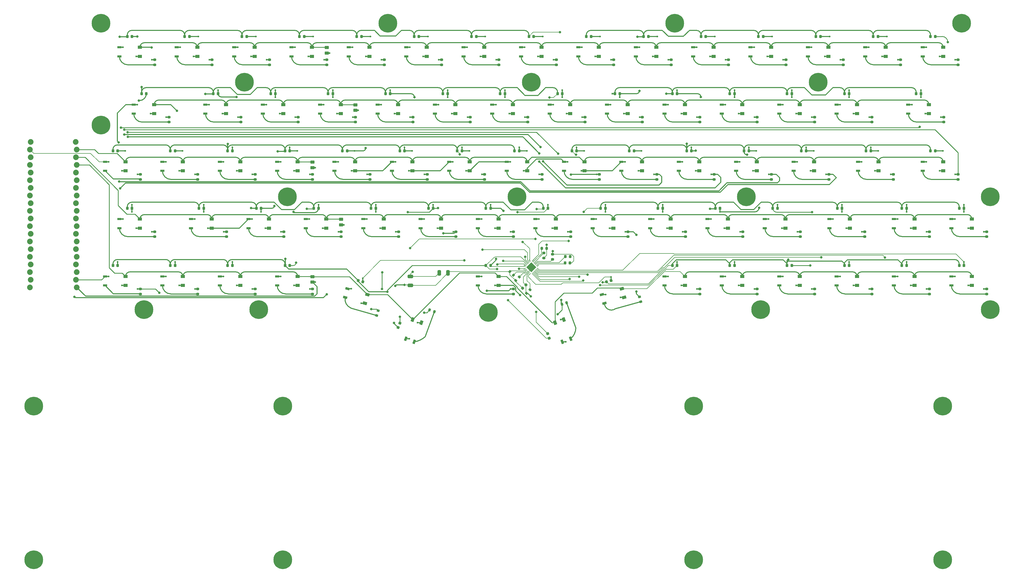
<source format=gtl>
G04 #@! TF.GenerationSoftware,KiCad,Pcbnew,(6.0.7-1)-1*
G04 #@! TF.CreationDate,2022-08-18T09:54:35+02:00*
G04 #@! TF.ProjectId,optical-keyboard-mx,6f707469-6361-46c2-9d6b-6579626f6172,rev?*
G04 #@! TF.SameCoordinates,Original*
G04 #@! TF.FileFunction,Copper,L1,Top*
G04 #@! TF.FilePolarity,Positive*
%FSLAX46Y46*%
G04 Gerber Fmt 4.6, Leading zero omitted, Abs format (unit mm)*
G04 Created by KiCad (PCBNEW (6.0.7-1)-1) date 2022-08-18 09:54:35*
%MOMM*%
%LPD*%
G01*
G04 APERTURE LIST*
G04 Aperture macros list*
%AMRoundRect*
0 Rectangle with rounded corners*
0 $1 Rounding radius*
0 $2 $3 $4 $5 $6 $7 $8 $9 X,Y pos of 4 corners*
0 Add a 4 corners polygon primitive as box body*
4,1,4,$2,$3,$4,$5,$6,$7,$8,$9,$2,$3,0*
0 Add four circle primitives for the rounded corners*
1,1,$1+$1,$2,$3*
1,1,$1+$1,$4,$5*
1,1,$1+$1,$6,$7*
1,1,$1+$1,$8,$9*
0 Add four rect primitives between the rounded corners*
20,1,$1+$1,$2,$3,$4,$5,0*
20,1,$1+$1,$4,$5,$6,$7,0*
20,1,$1+$1,$6,$7,$8,$9,0*
20,1,$1+$1,$8,$9,$2,$3,0*%
%AMRotRect*
0 Rectangle, with rotation*
0 The origin of the aperture is its center*
0 $1 length*
0 $2 width*
0 $3 Rotation angle, in degrees counterclockwise*
0 Add horizontal line*
21,1,$1,$2,0,0,$3*%
G04 Aperture macros list end*
G04 #@! TA.AperFunction,SMDPad,CuDef*
%ADD10R,1.400000X1.000000*%
G04 #@! TD*
G04 #@! TA.AperFunction,SMDPad,CuDef*
%ADD11R,1.400000X0.800000*%
G04 #@! TD*
G04 #@! TA.AperFunction,SMDPad,CuDef*
%ADD12RoundRect,0.200000X-0.275000X0.200000X-0.275000X-0.200000X0.275000X-0.200000X0.275000X0.200000X0*%
G04 #@! TD*
G04 #@! TA.AperFunction,SMDPad,CuDef*
%ADD13RotRect,0.800000X1.400000X286.000000*%
G04 #@! TD*
G04 #@! TA.AperFunction,SMDPad,CuDef*
%ADD14RoundRect,0.200000X0.200000X0.275000X-0.200000X0.275000X-0.200000X-0.275000X0.200000X-0.275000X0*%
G04 #@! TD*
G04 #@! TA.AperFunction,SMDPad,CuDef*
%ADD15RoundRect,0.218750X-0.218750X-0.256250X0.218750X-0.256250X0.218750X0.256250X-0.218750X0.256250X0*%
G04 #@! TD*
G04 #@! TA.AperFunction,ComponentPad*
%ADD16C,6.200000*%
G04 #@! TD*
G04 #@! TA.AperFunction,SMDPad,CuDef*
%ADD17RotRect,0.800000X1.400000X340.000000*%
G04 #@! TD*
G04 #@! TA.AperFunction,SMDPad,CuDef*
%ADD18RoundRect,0.250000X0.450000X-0.262500X0.450000X0.262500X-0.450000X0.262500X-0.450000X-0.262500X0*%
G04 #@! TD*
G04 #@! TA.AperFunction,SMDPad,CuDef*
%ADD19RoundRect,0.218750X-0.139644X-0.306619X0.280908X-0.186028X0.139644X0.306619X-0.280908X0.186028X0*%
G04 #@! TD*
G04 #@! TA.AperFunction,SMDPad,CuDef*
%ADD20RoundRect,0.200000X0.275000X-0.200000X0.275000X0.200000X-0.275000X0.200000X-0.275000X-0.200000X0*%
G04 #@! TD*
G04 #@! TA.AperFunction,SMDPad,CuDef*
%ADD21RoundRect,0.200000X-0.053033X0.335876X-0.335876X0.053033X0.053033X-0.335876X0.335876X-0.053033X0*%
G04 #@! TD*
G04 #@! TA.AperFunction,SMDPad,CuDef*
%ADD22RoundRect,0.225000X0.225000X0.250000X-0.225000X0.250000X-0.225000X-0.250000X0.225000X-0.250000X0*%
G04 #@! TD*
G04 #@! TA.AperFunction,SMDPad,CuDef*
%ADD23RoundRect,0.218750X0.165979X-0.293200X0.315613X0.117915X-0.165979X0.293200X-0.315613X-0.117915X0*%
G04 #@! TD*
G04 #@! TA.AperFunction,SMDPad,CuDef*
%ADD24RoundRect,0.200000X-0.209219X0.268053X-0.319474X-0.116452X0.209219X-0.268053X0.319474X0.116452X0*%
G04 #@! TD*
G04 #@! TA.AperFunction,SMDPad,CuDef*
%ADD25RoundRect,0.225000X-0.017678X0.335876X-0.335876X0.017678X0.017678X-0.335876X0.335876X-0.017678X0*%
G04 #@! TD*
G04 #@! TA.AperFunction,SMDPad,CuDef*
%ADD26RoundRect,0.200000X-0.319474X0.116452X-0.209219X-0.268053X0.319474X-0.116452X0.209219X0.268053X0*%
G04 #@! TD*
G04 #@! TA.AperFunction,SMDPad,CuDef*
%ADD27RoundRect,0.218750X-0.280908X-0.186028X0.139644X-0.306619X0.280908X0.186028X-0.139644X0.306619X0*%
G04 #@! TD*
G04 #@! TA.AperFunction,SMDPad,CuDef*
%ADD28RoundRect,0.200000X-0.093883X-0.326819X0.281994X-0.190011X0.093883X0.326819X-0.281994X0.190011X0*%
G04 #@! TD*
G04 #@! TA.AperFunction,SMDPad,CuDef*
%ADD29RoundRect,0.200000X0.053033X-0.335876X0.335876X-0.053033X-0.053033X0.335876X-0.335876X0.053033X0*%
G04 #@! TD*
G04 #@! TA.AperFunction,SMDPad,CuDef*
%ADD30RoundRect,0.218750X0.315613X-0.117915X0.165979X0.293200X-0.315613X0.117915X-0.165979X-0.293200X0*%
G04 #@! TD*
G04 #@! TA.AperFunction,SMDPad,CuDef*
%ADD31RotRect,0.800000X1.400000X20.000000*%
G04 #@! TD*
G04 #@! TA.AperFunction,SMDPad,CuDef*
%ADD32RotRect,1.000000X1.400000X200.000000*%
G04 #@! TD*
G04 #@! TA.AperFunction,SMDPad,CuDef*
%ADD33RoundRect,0.050000X-0.220971X-0.291682X0.291682X0.220971X0.220971X0.291682X-0.291682X-0.220971X0*%
G04 #@! TD*
G04 #@! TA.AperFunction,SMDPad,CuDef*
%ADD34RoundRect,0.050000X0.220971X-0.291682X0.291682X-0.220971X-0.220971X0.291682X-0.291682X0.220971X0*%
G04 #@! TD*
G04 #@! TA.AperFunction,SMDPad,CuDef*
%ADD35RotRect,2.300000X2.300000X45.000000*%
G04 #@! TD*
G04 #@! TA.AperFunction,SMDPad,CuDef*
%ADD36RotRect,0.800000X1.400000X254.000000*%
G04 #@! TD*
G04 #@! TA.AperFunction,SMDPad,CuDef*
%ADD37RotRect,1.000000X1.400000X74.000000*%
G04 #@! TD*
G04 #@! TA.AperFunction,SMDPad,CuDef*
%ADD38RotRect,1.000000X1.400000X160.000000*%
G04 #@! TD*
G04 #@! TA.AperFunction,SMDPad,CuDef*
%ADD39RoundRect,0.250000X-0.325000X-0.650000X0.325000X-0.650000X0.325000X0.650000X-0.325000X0.650000X0*%
G04 #@! TD*
G04 #@! TA.AperFunction,SMDPad,CuDef*
%ADD40RoundRect,0.200000X-0.335876X-0.053033X-0.053033X-0.335876X0.335876X0.053033X0.053033X0.335876X0*%
G04 #@! TD*
G04 #@! TA.AperFunction,ComponentPad*
%ADD41C,1.879600*%
G04 #@! TD*
G04 #@! TA.AperFunction,SMDPad,CuDef*
%ADD42RotRect,1.000000X1.400000X106.000000*%
G04 #@! TD*
G04 #@! TA.AperFunction,SMDPad,CuDef*
%ADD43RoundRect,0.200000X-0.281994X-0.190011X0.093883X-0.326819X0.281994X0.190011X-0.093883X0.326819X0*%
G04 #@! TD*
G04 #@! TA.AperFunction,SMDPad,CuDef*
%ADD44RoundRect,0.250000X-0.650000X0.325000X-0.650000X-0.325000X0.650000X-0.325000X0.650000X0.325000X0*%
G04 #@! TD*
G04 #@! TA.AperFunction,ViaPad*
%ADD45C,0.800000*%
G04 #@! TD*
G04 #@! TA.AperFunction,ViaPad*
%ADD46C,0.600000*%
G04 #@! TD*
G04 #@! TA.AperFunction,Conductor*
%ADD47C,0.200000*%
G04 #@! TD*
G04 #@! TA.AperFunction,Conductor*
%ADD48C,0.300000*%
G04 #@! TD*
G04 #@! TA.AperFunction,Conductor*
%ADD49C,0.250000*%
G04 #@! TD*
G04 APERTURE END LIST*
D10*
X188650000Y-36500000D03*
X188650000Y-39500000D03*
D11*
X48850000Y-74500000D03*
X48850000Y-77500000D03*
D12*
X250550000Y-40675000D03*
X250550000Y-42325000D03*
D10*
X74650000Y-36500000D03*
X74650000Y-39500000D03*
D13*
X175418254Y-80495274D03*
X176245166Y-83379060D03*
D14*
X157125000Y-65240000D03*
X155475000Y-65240000D03*
D12*
X141300000Y-2675000D03*
X141300000Y-4325000D03*
X226800000Y-78675000D03*
X226800000Y-80325000D03*
X207800000Y-21675000D03*
X207800000Y-23325000D03*
D11*
X44100000Y-17500000D03*
X44100000Y-20500000D03*
D10*
X240900000Y-74500000D03*
X240900000Y-77500000D03*
D15*
X279462500Y-13900000D03*
X281037500Y-13900000D03*
D12*
X22550000Y-78675000D03*
X22550000Y-80325000D03*
D16*
X61750000Y-85500000D03*
D10*
X231400000Y1500000D03*
X231400000Y-1500000D03*
X174400000Y1500000D03*
X174400000Y-1500000D03*
D15*
X32462500Y-70900000D03*
X34037500Y-70900000D03*
D10*
X112650000Y-36500000D03*
X112650000Y-39500000D03*
D17*
X110427593Y-95181925D03*
X113246671Y-96207985D03*
D18*
X84300000Y-412500D03*
X84300000Y1412500D03*
D11*
X243600000Y1500000D03*
X243600000Y-1500000D03*
X224600000Y1500000D03*
X224600000Y-1500000D03*
D15*
X60962500Y-51900000D03*
X62537500Y-51900000D03*
D16*
X57000000Y-10100000D03*
D12*
X127050000Y-59675000D03*
X127050000Y-61325000D03*
D11*
X134350000Y-74500000D03*
X134350000Y-77500000D03*
D10*
X36650000Y-36500000D03*
X36650000Y-39500000D03*
X236150000Y-55500000D03*
X236150000Y-58500000D03*
X193400000Y1500000D03*
X193400000Y-1500000D03*
X46150000Y-55500000D03*
X46150000Y-58500000D03*
X207650000Y-36500000D03*
X207650000Y-39500000D03*
D11*
X272100000Y-55500000D03*
X272100000Y-58500000D03*
D16*
X-12750000Y-168500000D03*
D12*
X262425000Y-59675000D03*
X262425000Y-61325000D03*
D15*
X236712500Y-70900000D03*
X238287500Y-70900000D03*
D16*
X9500000Y-24350000D03*
D11*
X10850000Y-74500000D03*
X10850000Y-77500000D03*
D12*
X70050000Y-59675000D03*
X70050000Y-61325000D03*
D15*
X136962500Y-51900000D03*
X138537500Y-51900000D03*
X222462500Y-32900000D03*
X224037500Y-32900000D03*
X141712500Y-13900000D03*
X143287500Y-13900000D03*
X89462500Y-32900000D03*
X91037500Y-32900000D03*
X193962500Y-51900000D03*
X195537500Y-51900000D03*
D10*
X98400000Y1500000D03*
X98400000Y-1500000D03*
D12*
X103300000Y-2675000D03*
X103300000Y-4325000D03*
D15*
X18212500Y-51900000D03*
X19787500Y-51900000D03*
D12*
X169800000Y-21675000D03*
X169800000Y-23325000D03*
D15*
X170212500Y5100000D03*
X171787500Y5100000D03*
D10*
X117400000Y1500000D03*
X117400000Y-1500000D03*
D12*
X41550000Y-40675000D03*
X41550000Y-42325000D03*
D10*
X278900000Y-74500000D03*
X278900000Y-77500000D03*
D15*
X56212500Y5100000D03*
X57787500Y5100000D03*
D11*
X77350000Y-55500000D03*
X77350000Y-58500000D03*
D15*
X255712500Y-13900000D03*
X257287500Y-13900000D03*
D12*
X89050000Y-59675000D03*
X89050000Y-61325000D03*
D16*
X205750000Y-168500000D03*
D11*
X196100000Y-17500000D03*
X196100000Y-20500000D03*
D10*
X217150000Y-55500000D03*
X217150000Y-58500000D03*
D12*
X188800000Y-21675000D03*
X188800000Y-23325000D03*
D10*
X267024999Y-36500000D03*
X267024999Y-39500000D03*
D16*
X23750000Y-85500000D03*
D15*
X246212500Y5100000D03*
X247787500Y5100000D03*
D10*
X27150000Y-17500000D03*
X27150000Y-20500000D03*
D19*
X176937255Y-76314629D03*
X178451243Y-75880501D03*
D16*
X152000000Y-10100000D03*
X69750000Y-168500000D03*
D15*
X70462500Y-32900000D03*
X72037500Y-32900000D03*
X79962500Y-51900000D03*
X81537500Y-51900000D03*
D11*
X101100000Y-17500000D03*
X101100000Y-20500000D03*
D15*
X13462500Y-32900000D03*
X15037500Y-32900000D03*
D12*
X146050000Y-78675000D03*
X146050000Y-80325000D03*
D16*
X304000000Y-48100000D03*
D10*
X202900000Y-74500000D03*
X202900000Y-77500000D03*
D11*
X91600000Y1500000D03*
X91600000Y-1500000D03*
D12*
X165050000Y-59675000D03*
X165050000Y-61325000D03*
D10*
X145900000Y-17500000D03*
X145900000Y-20500000D03*
D11*
X67850000Y-36500000D03*
X67850000Y-39500000D03*
D15*
X13462500Y-70900000D03*
X15037500Y-70900000D03*
D10*
X164900000Y-17500000D03*
X164900000Y-20500000D03*
D20*
X156200000Y-68395000D03*
X156200000Y-66745000D03*
D10*
X283650000Y-17500000D03*
X283650000Y-20500000D03*
D16*
X223250000Y-48100000D03*
D15*
X84712500Y-13900000D03*
X86287500Y-13900000D03*
D11*
X250725000Y-55500000D03*
X250725000Y-58500000D03*
D12*
X212550000Y-40675000D03*
X212550000Y-42325000D03*
D10*
X60400000Y1500000D03*
X60400000Y-1500000D03*
D11*
X276850000Y-17500000D03*
X276850000Y-20500000D03*
D10*
X55650000Y-36500000D03*
X55650000Y-39500000D03*
D15*
X65712500Y-13900000D03*
X67287500Y-13900000D03*
D10*
X221900000Y-74500000D03*
X221900000Y-77500000D03*
D15*
X151212500Y5100000D03*
X152787500Y5100000D03*
D12*
X79550000Y-40675000D03*
X79550000Y-42325000D03*
D11*
X10850000Y-36500000D03*
X10850000Y-39500000D03*
D12*
X79550000Y-78675000D03*
X79550000Y-80325000D03*
D15*
X274712500Y-51900000D03*
X276287500Y-51900000D03*
X174962500Y-51900000D03*
X176537500Y-51900000D03*
D10*
X79400000Y1500000D03*
X79400000Y-1500000D03*
D11*
X72600000Y1500000D03*
X72600000Y-1500000D03*
D12*
X283800000Y-78675000D03*
X283800000Y-80325000D03*
D11*
X105850000Y-36500000D03*
X105850000Y-39500000D03*
X158100000Y-17500000D03*
X158100000Y-20500000D03*
D10*
X74650000Y-74500000D03*
X74650000Y-77500000D03*
D11*
X124850000Y-36500000D03*
X124850000Y-39500000D03*
D12*
X65300000Y-2675000D03*
X65300000Y-4325000D03*
D16*
X294500000Y9500000D03*
D15*
X70462500Y-70900000D03*
X72037500Y-70900000D03*
X255712500Y-70900000D03*
X257287500Y-70900000D03*
D11*
X191350000Y-55500000D03*
X191350000Y-58500000D03*
D12*
X122300000Y-2675000D03*
X122300000Y-4325000D03*
X236300000Y-2675000D03*
X236300000Y-4325000D03*
X245800000Y-78675000D03*
X245800000Y-80325000D03*
D15*
X51462500Y-32900000D03*
X53037500Y-32900000D03*
X98962500Y-51900000D03*
X100537500Y-51900000D03*
X113212500Y5100000D03*
X114787500Y5100000D03*
X189212500Y5100000D03*
X190787500Y5100000D03*
D16*
X288250000Y-117500000D03*
D18*
X79550000Y-76412500D03*
X79550000Y-74587500D03*
D10*
X240900000Y-17500000D03*
X240900000Y-20500000D03*
D11*
X34600000Y1500000D03*
X34600000Y-1500000D03*
D15*
X179712500Y-13900000D03*
X181287500Y-13900000D03*
D11*
X215100000Y-17500000D03*
X215100000Y-20500000D03*
D15*
X236712500Y-13900000D03*
X238287500Y-13900000D03*
D12*
X46300000Y-2675000D03*
X46300000Y-4325000D03*
D15*
X127462500Y-32900000D03*
X129037500Y-32900000D03*
X132212500Y5100000D03*
X133787500Y5100000D03*
D11*
X181850000Y-36500000D03*
X181850000Y-39500000D03*
D12*
X112800000Y-21675000D03*
X112800000Y-23325000D03*
D10*
X22400000Y-55500000D03*
X22400000Y-58500000D03*
D12*
X55800000Y-21675000D03*
X55800000Y-23325000D03*
D11*
X215100000Y-74500000D03*
X215100000Y-77500000D03*
D16*
X147250000Y-48100000D03*
D10*
X136400000Y1500000D03*
X136400000Y-1500000D03*
X88900000Y-17500000D03*
X88900000Y-20500000D03*
D15*
X184462500Y-32900000D03*
X186037500Y-32900000D03*
D12*
X203050000Y-59675000D03*
X203050000Y-61325000D03*
D10*
X93650000Y-36500000D03*
X93650000Y-39500000D03*
D11*
X253100000Y-74500000D03*
X253100000Y-77500000D03*
D15*
X265212500Y5100000D03*
X266787500Y5100000D03*
D11*
X272100000Y-74500000D03*
X272100000Y-77500000D03*
D15*
X75212500Y5100000D03*
X76787500Y5100000D03*
D12*
X217300000Y-2675000D03*
X217300000Y-4325000D03*
X60550000Y-40675000D03*
X60550000Y-42325000D03*
D15*
X32462500Y-32900000D03*
X34037500Y-32900000D03*
X284212500Y-32900000D03*
X285787500Y-32900000D03*
D12*
X288550000Y-21675000D03*
X288550000Y-23325000D03*
D15*
X46712500Y-13900000D03*
X48287500Y-13900000D03*
D12*
X131800000Y-21675000D03*
X131800000Y-23325000D03*
D15*
X203462500Y-32900000D03*
X205037500Y-32900000D03*
X262837500Y-32900000D03*
X264412500Y-32900000D03*
D10*
X50900000Y-17500000D03*
X50900000Y-20500000D03*
D16*
X69750000Y-117500000D03*
D11*
X167600000Y1500000D03*
X167600000Y-1500000D03*
D12*
X74800000Y-21675000D03*
X74800000Y-23325000D03*
D15*
X208212500Y5100000D03*
X209787500Y5100000D03*
X241462500Y-32900000D03*
X243037500Y-32900000D03*
D10*
X297900000Y-74500000D03*
X297900000Y-77500000D03*
D11*
X110600000Y1500000D03*
X110600000Y-1500000D03*
X234100000Y-17500000D03*
X234100000Y-20500000D03*
X281600000Y1500000D03*
X281600000Y-1500000D03*
D15*
X122712500Y-13900000D03*
X124287500Y-13900000D03*
X227212500Y5100000D03*
X228787500Y5100000D03*
D16*
X71250000Y-48100000D03*
D12*
X41550000Y-78675000D03*
X41550000Y-80325000D03*
D10*
X41400000Y1500000D03*
X41400000Y-1500000D03*
D21*
X151563363Y-78906637D03*
X150396637Y-80073363D03*
D10*
X155400000Y1500000D03*
X155400000Y-1500000D03*
D12*
X27300000Y-2675000D03*
X27300000Y-4325000D03*
D10*
X84150000Y-55500000D03*
X84150000Y-58500000D03*
D11*
X238850000Y-36500000D03*
X238850000Y-39500000D03*
D15*
X103712500Y-13900000D03*
X105287500Y-13900000D03*
D12*
X264800000Y-78675000D03*
X264800000Y-80325000D03*
D10*
X160150000Y-55500000D03*
X160150000Y-58500000D03*
D11*
X281600000Y-36500000D03*
X281600000Y-39500000D03*
D22*
X164775000Y-70000000D03*
X163225000Y-70000000D03*
D15*
X293712500Y-51900000D03*
X295287500Y-51900000D03*
X160712500Y-13900000D03*
X162287500Y-13900000D03*
D16*
X304000000Y-85500000D03*
D22*
X164845000Y-67920000D03*
X163295000Y-67920000D03*
D10*
X22400000Y1500000D03*
X22400000Y-1500000D03*
D11*
X96350000Y-55500000D03*
X96350000Y-58500000D03*
D12*
X283800000Y-59675000D03*
X283800000Y-61325000D03*
X198300000Y-2675000D03*
X198300000Y-4325000D03*
D10*
X141150000Y-74500000D03*
X141150000Y-77500000D03*
D11*
X139100000Y-17500000D03*
X139100000Y-20500000D03*
D12*
X274300000Y-2675000D03*
X274300000Y-4325000D03*
D10*
X65150000Y-55500000D03*
X65150000Y-58500000D03*
D15*
X165462500Y-32900000D03*
X167037500Y-32900000D03*
D10*
X141150000Y-55500000D03*
X141150000Y-58500000D03*
D12*
X245800000Y-21675000D03*
X245800000Y-23325000D03*
D11*
X210350000Y-55500000D03*
X210350000Y-58500000D03*
D23*
X107938227Y-91495705D03*
X108476909Y-90015689D03*
D12*
X93800000Y-21675000D03*
X93800000Y-23325000D03*
D10*
X202900000Y-17500000D03*
X202900000Y-20500000D03*
D11*
X115350000Y-55500000D03*
X115350000Y-58500000D03*
D12*
X51050000Y-59675000D03*
X51050000Y-61325000D03*
D15*
X18212500Y5100000D03*
X19787500Y5100000D03*
D24*
X101266142Y-85859165D03*
X100811340Y-87445247D03*
D12*
X271925000Y-40675000D03*
X271925000Y-42325000D03*
D15*
X37212500Y5100000D03*
X38787500Y5100000D03*
D10*
X212400000Y1500000D03*
X212400000Y-1500000D03*
D15*
X253337500Y-51900000D03*
X254912500Y-51900000D03*
D11*
X129600000Y1500000D03*
X129600000Y-1500000D03*
D10*
X250400000Y1500000D03*
X250400000Y-1500000D03*
D25*
X150218008Y-77341992D03*
X149121992Y-78438008D03*
D12*
X241050000Y-59675000D03*
X241050000Y-61325000D03*
D18*
X79550000Y-38412500D03*
X79550000Y-36587500D03*
D16*
X104500000Y9500000D03*
D11*
X48850000Y-36500000D03*
X48850000Y-39500000D03*
D10*
X221900000Y-17500000D03*
X221900000Y-20500000D03*
D11*
X67850000Y-74500000D03*
X67850000Y-77500000D03*
D10*
X122150000Y-55500000D03*
X122150000Y-58500000D03*
X259899999Y-17500000D03*
X259899999Y-20500000D03*
D12*
X293300000Y-40675000D03*
X293300000Y-42325000D03*
D10*
X259899999Y-74500000D03*
X259899999Y-77500000D03*
D11*
X177100000Y-17500000D03*
X177100000Y-20500000D03*
D26*
X187815802Y-81283585D03*
X188270604Y-82869667D03*
D11*
X196100000Y-74500000D03*
X196100000Y-77500000D03*
D10*
X288400000Y1500000D03*
X288400000Y-1500000D03*
X288400000Y-36500000D03*
X288400000Y-39500000D03*
D12*
X84300000Y-2675000D03*
X84300000Y-4325000D03*
D16*
X247000000Y-10100000D03*
D12*
X150800000Y-21675000D03*
X150800000Y-23325000D03*
D16*
X137750000Y-86500000D03*
D11*
X15600000Y1500000D03*
X15600000Y-1500000D03*
D15*
X274712500Y-70900000D03*
X276287500Y-70900000D03*
D16*
X-12750000Y-117500000D03*
D12*
X98550000Y-40675000D03*
X98550000Y-42325000D03*
X184050000Y-59675000D03*
X184050000Y-61325000D03*
X155550000Y-40675000D03*
X155550000Y-42325000D03*
X222050000Y-59675000D03*
X222050000Y-61325000D03*
D15*
X198712500Y-13900000D03*
X200287500Y-13900000D03*
D11*
X63100000Y-17500000D03*
X63100000Y-20500000D03*
D15*
X231962500Y-51900000D03*
X233537500Y-51900000D03*
D27*
X94673757Y-75880501D03*
X96187745Y-76314629D03*
D28*
X162174911Y-83785648D03*
X163725403Y-83221314D03*
D11*
X234100000Y-74500000D03*
X234100000Y-77500000D03*
D10*
X169650000Y-36500000D03*
X169650000Y-39500000D03*
D11*
X134350000Y-55500000D03*
X134350000Y-58500000D03*
D10*
X55650000Y-74500000D03*
X55650000Y-77500000D03*
D11*
X260225000Y-36500000D03*
X260225000Y-39500000D03*
D10*
X17650000Y-36500000D03*
X17650000Y-39500000D03*
D11*
X148600000Y1500000D03*
X148600000Y-1500000D03*
D10*
X297900000Y-55500000D03*
X297900000Y-58500000D03*
D12*
X293300000Y-2675000D03*
X293300000Y-4325000D03*
D10*
X245650000Y-36500000D03*
X245650000Y-39500000D03*
D16*
X205750000Y-117500000D03*
D10*
X278900000Y-55500000D03*
X278900000Y-58500000D03*
D16*
X199500000Y9500000D03*
D15*
X117962500Y-51900000D03*
X119537500Y-51900000D03*
D10*
X226650000Y-36500000D03*
X226650000Y-39500000D03*
D12*
X193550000Y-40675000D03*
X193550000Y-42325000D03*
D11*
X143850000Y-36500000D03*
X143850000Y-39500000D03*
X200850000Y-36500000D03*
X200850000Y-39500000D03*
D29*
X146856637Y-75893363D03*
X148023363Y-74726637D03*
D11*
X58350000Y-55500000D03*
X58350000Y-58500000D03*
D12*
X136550000Y-40675000D03*
X136550000Y-42325000D03*
D30*
X157976909Y-94984311D03*
X157438227Y-93504295D03*
D10*
X126900000Y-17500000D03*
X126900000Y-20500000D03*
D15*
X136962500Y-70900000D03*
X138537500Y-70900000D03*
D11*
X291100000Y-74500000D03*
X291100000Y-77500000D03*
D10*
X183900000Y-17500000D03*
X183900000Y-20500000D03*
X103150000Y-55500000D03*
X103150000Y-58500000D03*
D11*
X15600000Y-55500000D03*
X15600000Y-58500000D03*
D10*
X131650000Y-36500000D03*
X131650000Y-39500000D03*
D12*
X231550000Y-40675000D03*
X231550000Y-42325000D03*
X160300000Y-2675000D03*
X160300000Y-4325000D03*
D31*
X162253329Y-96207985D03*
X165072407Y-95181925D03*
D15*
X293712500Y-70900000D03*
X295287500Y-70900000D03*
D16*
X9500000Y9500000D03*
D10*
X198150000Y-55500000D03*
X198150000Y-58500000D03*
D32*
X159927593Y-89818075D03*
X162746671Y-88792015D03*
D11*
X162850000Y-36500000D03*
X162850000Y-39500000D03*
D12*
X22550000Y-40675000D03*
X22550000Y-42325000D03*
D10*
X150650000Y-36500000D03*
X150650000Y-39500000D03*
D11*
X253100000Y-17500000D03*
X253100000Y-20500000D03*
D12*
X264800000Y-21675000D03*
X264800000Y-23325000D03*
D15*
X22962500Y-13900000D03*
X24537500Y-13900000D03*
D11*
X262600000Y1500000D03*
X262600000Y-1500000D03*
D12*
X174550000Y-40675000D03*
X174550000Y-42325000D03*
X179300000Y-2675000D03*
X179300000Y-4325000D03*
D10*
X17650000Y-74500000D03*
X17650000Y-77500000D03*
D33*
X149781452Y-72021491D03*
X150064295Y-72304334D03*
X150347138Y-72587177D03*
X150629981Y-72870019D03*
X150912823Y-73152862D03*
X151195666Y-73435705D03*
X151478509Y-73718548D03*
D34*
X152521491Y-73718548D03*
X152804334Y-73435705D03*
X153087177Y-73152862D03*
X153370019Y-72870019D03*
X153652862Y-72587177D03*
X153935705Y-72304334D03*
X154218548Y-72021491D03*
D33*
X154218548Y-70978509D03*
X153935705Y-70695666D03*
X153652862Y-70412823D03*
X153370019Y-70129981D03*
X153087177Y-69847138D03*
X152804334Y-69564295D03*
X152521491Y-69281452D03*
D34*
X151478509Y-69281452D03*
X151195666Y-69564295D03*
X150912823Y-69847138D03*
X150629981Y-70129981D03*
X150347138Y-70412823D03*
X150064295Y-70695666D03*
X149781452Y-70978509D03*
D35*
X152000000Y-71500000D03*
D12*
X27300000Y-59675000D03*
X27300000Y-61325000D03*
D15*
X217712500Y-13900000D03*
X219287500Y-13900000D03*
D16*
X288250000Y-168500000D03*
D15*
X146462500Y-32900000D03*
X148037500Y-32900000D03*
D11*
X186600000Y1500000D03*
X186600000Y-1500000D03*
D15*
X217712500Y-70900000D03*
X219287500Y-70900000D03*
D11*
X86850000Y-36500000D03*
X86850000Y-39500000D03*
D36*
X91170166Y-78620940D03*
X90343254Y-81504726D03*
D11*
X153350000Y-55500000D03*
X153350000Y-58500000D03*
X120100000Y-17500000D03*
X120100000Y-20500000D03*
D37*
X97706746Y-80495274D03*
X96879834Y-83379060D03*
D15*
X41962500Y-51900000D03*
X43537500Y-51900000D03*
D38*
X112753329Y-88792015D03*
X115572407Y-89818075D03*
D12*
X108050000Y-59675000D03*
X108050000Y-61325000D03*
D11*
X20350000Y-17500000D03*
X20350000Y-20500000D03*
D10*
X269400000Y1500000D03*
X269400000Y-1500000D03*
D15*
X51462500Y-70900000D03*
X53037500Y-70900000D03*
D11*
X29850000Y-36500000D03*
X29850000Y-39500000D03*
D39*
X121495000Y-73370000D03*
X124445000Y-73370000D03*
D40*
X144926637Y-72906637D03*
X146093363Y-74073363D03*
D41*
X1150000Y-29900000D03*
X1497000Y-32440000D03*
X1243000Y-34980000D03*
X1497000Y-37520000D03*
X1243000Y-40060000D03*
X1497000Y-42600000D03*
X1243000Y-45140000D03*
X1497000Y-47680000D03*
X1243000Y-50220000D03*
X1497000Y-52760000D03*
X1243000Y-55300000D03*
X1497000Y-57840000D03*
X1243000Y-60380000D03*
X1497000Y-62920000D03*
X1243000Y-65460000D03*
X1497000Y-68000000D03*
X1243000Y-70540000D03*
X1497000Y-73080000D03*
X1243000Y-75620000D03*
X1497000Y-78160000D03*
X-13997000Y-78160000D03*
X-13743000Y-75620000D03*
X-13997000Y-73080000D03*
X-13743000Y-70540000D03*
X-13997000Y-68000000D03*
X-13743000Y-65460000D03*
X-13997000Y-62920000D03*
X-13743000Y-60380000D03*
X-13997000Y-57840000D03*
X-13743000Y-55300000D03*
X-13997000Y-52760000D03*
X-13743000Y-50220000D03*
X-13997000Y-47680000D03*
X-13743000Y-45140000D03*
X-13997000Y-42600000D03*
X-13743000Y-40060000D03*
X-13997000Y-37520000D03*
X-13743000Y-34980000D03*
X-13997000Y-32440000D03*
X-13750000Y-29900000D03*
D15*
X284212500Y5100000D03*
X285787500Y5100000D03*
D11*
X291100000Y-55500000D03*
X291100000Y-58500000D03*
X205600000Y1500000D03*
X205600000Y-1500000D03*
D12*
X255300000Y-2675000D03*
X255300000Y-4325000D03*
X226800000Y-21675000D03*
X226800000Y-23325000D03*
D11*
X53600000Y1500000D03*
X53600000Y-1500000D03*
D15*
X155962500Y-51900000D03*
X157537500Y-51900000D03*
D12*
X146050000Y-59675000D03*
X146050000Y-61325000D03*
D10*
X107900000Y-17500000D03*
X107900000Y-20500000D03*
D42*
X181954834Y-78620940D03*
X182781746Y-81504726D03*
D11*
X172350000Y-55500000D03*
X172350000Y-58500000D03*
D15*
X198712500Y-70900000D03*
X200287500Y-70900000D03*
D12*
X302800000Y-59675000D03*
X302800000Y-61325000D03*
D11*
X82100000Y-17500000D03*
X82100000Y-20500000D03*
D18*
X93800000Y-19412500D03*
X93800000Y-17587500D03*
D11*
X219850000Y-36500000D03*
X219850000Y-39500000D03*
X39350000Y-55500000D03*
X39350000Y-58500000D03*
D43*
X118352445Y-85615455D03*
X119902937Y-86179789D03*
D10*
X69900000Y-17500000D03*
X69900000Y-20500000D03*
D11*
X29850000Y-74500000D03*
X29850000Y-77500000D03*
D12*
X60550000Y-78675000D03*
X60550000Y-80325000D03*
D16*
X228000000Y-85500000D03*
D12*
X117550000Y-40675000D03*
X117550000Y-42325000D03*
X32049999Y-21675000D03*
X32049999Y-23325000D03*
D18*
X89050000Y-57412500D03*
X89050000Y-55587500D03*
D44*
X112000000Y-74525000D03*
X112000000Y-77475000D03*
D10*
X257524999Y-55500000D03*
X257524999Y-58500000D03*
D11*
X229350000Y-55500000D03*
X229350000Y-58500000D03*
D15*
X108462500Y-32900000D03*
X110037500Y-32900000D03*
D12*
X207800000Y-78675000D03*
X207800000Y-80325000D03*
X159060000Y-67195000D03*
X159060000Y-68845000D03*
D15*
X94212500Y5100000D03*
X95787500Y5100000D03*
X212962500Y-51900000D03*
X214537500Y-51900000D03*
D10*
X36650000Y-74500000D03*
X36650000Y-77500000D03*
D12*
X302800000Y-78675000D03*
X302800000Y-80325000D03*
D10*
X179150000Y-55500000D03*
X179150000Y-58500000D03*
D45*
X106990000Y-77690000D03*
X153360000Y-62090000D03*
X109980000Y-77330000D03*
X157110000Y-64050000D03*
X84290000Y-80470000D03*
X111900000Y-65130000D03*
X750000Y-81260000D03*
D46*
X97200000Y-1500000D03*
X164050000Y-36500000D03*
X126050000Y-36500000D03*
X206450000Y-39500000D03*
X182700000Y-20500000D03*
X12050000Y-36500000D03*
X92450000Y-39500000D03*
X254300000Y-17500000D03*
X196950000Y-58500000D03*
X139950000Y-77500000D03*
X192200000Y-1500000D03*
X263800000Y1500000D03*
X111800000Y1500000D03*
X192550000Y-55500000D03*
X130800000Y1500000D03*
X49700000Y-20500000D03*
X145050000Y-36500000D03*
X130450000Y-39500000D03*
X125700000Y-20500000D03*
X144700000Y-20500000D03*
X68700000Y-20500000D03*
X230550000Y-55500000D03*
X158950000Y-58500000D03*
X277700000Y-77500000D03*
X116550000Y-55500000D03*
X296700000Y-77500000D03*
X59550000Y-55500000D03*
X135550000Y-74500000D03*
X87700000Y-20500000D03*
X111627593Y-95181925D03*
X92800000Y1500000D03*
X140300000Y-17500000D03*
X63950000Y-58500000D03*
X97550000Y-55500000D03*
X92370166Y-78620940D03*
X254300000Y-74500000D03*
X177950000Y-58500000D03*
X102300000Y-17500000D03*
X161757640Y-88843386D03*
X282800000Y1500000D03*
X251925000Y-55500000D03*
D45*
X151770000Y-70920000D03*
D46*
X273300000Y-55500000D03*
X149800000Y1500000D03*
X183050000Y-36500000D03*
X235300000Y-74500000D03*
X154200000Y-1500000D03*
X69050000Y-74500000D03*
X16800000Y-55500000D03*
X40200000Y-1500000D03*
X121300000Y-17500000D03*
X187800000Y1500000D03*
X106700000Y-20500000D03*
X173200000Y-1500000D03*
X206800000Y1500000D03*
X221050000Y-36500000D03*
X187450000Y-39500000D03*
X278050000Y-17500000D03*
X16800000Y1500000D03*
X249200000Y-1500000D03*
X220700000Y-77500000D03*
X234950000Y-58500000D03*
X16450000Y-39500000D03*
X73800000Y1500000D03*
X21550000Y-17500000D03*
X21200000Y-1500000D03*
X64300000Y-17500000D03*
X101950000Y-58500000D03*
X116200000Y-1500000D03*
X107050000Y-36500000D03*
X12050000Y-74500000D03*
X239700000Y-20500000D03*
X69050000Y-36500000D03*
X197300000Y-74500000D03*
X225800000Y1500000D03*
X287200000Y-39500000D03*
X149450000Y-39500000D03*
X197300000Y-17500000D03*
X88050000Y-36500000D03*
X202050000Y-36500000D03*
X277700000Y-58500000D03*
D45*
X112740000Y-72990000D03*
X159100000Y-66100000D03*
D46*
X168599500Y-39443477D03*
X244450000Y-39500000D03*
X31050000Y-36500000D03*
X114372407Y-89818075D03*
X95679834Y-83379060D03*
X296700000Y-58500000D03*
X258699999Y-20500000D03*
X35800000Y1500000D03*
X120950000Y-58500000D03*
X45300000Y-17500000D03*
D45*
X148300000Y-80720000D03*
D46*
X35450000Y-39500000D03*
X256324999Y-58500000D03*
X73450000Y-39500000D03*
X201700000Y-20500000D03*
D45*
X151810000Y-81090000D03*
D46*
X163453329Y-96207985D03*
X273300000Y-74500000D03*
X59200000Y-1500000D03*
X135200000Y-1500000D03*
X235300000Y-17500000D03*
X50050000Y-74500000D03*
X173550000Y-55500000D03*
X83300000Y-17500000D03*
X135550000Y-55500000D03*
X21200000Y-58500000D03*
X25950000Y-20500000D03*
X216300000Y-17500000D03*
D45*
X15350000Y-30060000D03*
D46*
X282450000Y-20500000D03*
X73450000Y-77500000D03*
X216300000Y-74500000D03*
X50050000Y-36500000D03*
X201700000Y-77500000D03*
X268200000Y-1500000D03*
X225450000Y-39500000D03*
X111450000Y-39500000D03*
X78550000Y-55500000D03*
X82950000Y-58500000D03*
X292300000Y-74500000D03*
X230200000Y-1500000D03*
X258699999Y-77500000D03*
X239700000Y-77500000D03*
X159300000Y-17500000D03*
X176618254Y-80495274D03*
X178300000Y-17500000D03*
X16450000Y-77500000D03*
X78200000Y-1500000D03*
X282800000Y-36500000D03*
X211200000Y-1500000D03*
X44950000Y-58500000D03*
X139950000Y-58500000D03*
X244800000Y1500000D03*
X220700000Y-20500000D03*
X181581746Y-81504726D03*
X168800000Y1500000D03*
X35450000Y-77500000D03*
X215950000Y-58500000D03*
X261425000Y-36500000D03*
X40550000Y-55500000D03*
X54450000Y-77500000D03*
X265824999Y-39500000D03*
X240050000Y-36500000D03*
X211550000Y-55500000D03*
X54450000Y-39500000D03*
X287200000Y-1500000D03*
X292300000Y-55500000D03*
X163700000Y-20500000D03*
X54800000Y1500000D03*
X154550000Y-55500000D03*
X31050000Y-74500000D03*
D45*
X15660000Y4950000D03*
D46*
X15037500Y-69700000D03*
D45*
X22080000Y-16190000D03*
D46*
X17537500Y-32900000D03*
X19787500Y-53100000D03*
D45*
X164370000Y-62730000D03*
D46*
X19787500Y-50700000D03*
D45*
X161460000Y6520000D03*
D46*
X36537500Y-32900000D03*
D45*
X21530000Y5080000D03*
X158050000Y-15200000D03*
X149140000Y-63060000D03*
X44100000Y-13980000D03*
D46*
X43537500Y-50700000D03*
D45*
X22990000Y-11660000D03*
D46*
X43537500Y-53100000D03*
X34037500Y-69700000D03*
D45*
X51520000Y-30540000D03*
X128340000Y-34080000D03*
X135820000Y-65640000D03*
D46*
X48287500Y-12700000D03*
X53037500Y-69700000D03*
D45*
X66930000Y-51160000D03*
X54390000Y-14960000D03*
X68030000Y-33010000D03*
D46*
X62537500Y-53100000D03*
X41787500Y5100000D03*
D45*
X77700000Y-52100000D03*
D46*
X67287500Y-12700000D03*
D45*
X74160000Y-69930000D03*
X150020000Y-67980000D03*
D46*
X53037500Y-31700000D03*
D45*
X59240000Y-51830000D03*
D46*
X67287500Y-15100000D03*
X60787500Y5100000D03*
D45*
X153800000Y-52150000D03*
X104360000Y-79630000D03*
X106560000Y-89890000D03*
D46*
X72037500Y-31700000D03*
D45*
X144320000Y-82360000D03*
X140680000Y-72090000D03*
D46*
X74537500Y-32900000D03*
X86287500Y-12700000D03*
D45*
X70560000Y-68650000D03*
X73250000Y-53130000D03*
D46*
X79787500Y5100000D03*
X81537500Y-50700000D03*
X86287500Y-15100000D03*
D45*
X142700000Y-69380000D03*
X113300000Y-15070000D03*
D46*
X105287500Y-12700000D03*
X98787500Y5100000D03*
X96187745Y-75114629D03*
D45*
X97170000Y-31930000D03*
D46*
X100537500Y-53100000D03*
X93537500Y-32900000D03*
X100537500Y-50700000D03*
D45*
X129840000Y-69220000D03*
D46*
X112537500Y-32900000D03*
D45*
X121150000Y-51850000D03*
X108520000Y-87880000D03*
D46*
X119537500Y-50700000D03*
D45*
X140786182Y-70539000D03*
X111140000Y-53200000D03*
D46*
X124287500Y-15100000D03*
X117787500Y5100000D03*
X124287500Y-12700000D03*
X110037500Y-31700000D03*
X136787500Y5100000D03*
D45*
X142760000Y-52790000D03*
D46*
X129037500Y-31700000D03*
X131537500Y-32900000D03*
X143287500Y-15100000D03*
X138537500Y-50700000D03*
X143287500Y-12700000D03*
D45*
X140340000Y-68710000D03*
X147990000Y-71940000D03*
D46*
X157537500Y-50700000D03*
D45*
X153640000Y-86300000D03*
D46*
X155787500Y5100000D03*
X148037500Y-31700000D03*
D45*
X147420000Y-53210000D03*
D46*
X162287500Y-15100000D03*
X162287500Y-12700000D03*
X150537500Y-32900000D03*
X169537500Y-32900000D03*
X176537500Y-53100000D03*
D45*
X187810000Y-12940000D03*
D46*
X167037500Y-31700000D03*
X176537500Y-50700000D03*
X178451243Y-74680501D03*
X181287500Y-15100000D03*
D45*
X187140000Y4950000D03*
D46*
X200287500Y-69700000D03*
D45*
X169210000Y-75910000D03*
D46*
X178812500Y-13900000D03*
D45*
X196700000Y-13940000D03*
D46*
X174787500Y5100000D03*
X195537500Y-53100000D03*
D45*
X174830000Y-77430000D03*
D46*
X195537500Y-50700000D03*
X188537500Y-32900000D03*
D45*
X223460000Y-34170000D03*
D46*
X214537500Y-53100000D03*
D45*
X227430000Y-51710000D03*
X166830000Y-34120000D03*
X164720078Y-75389029D03*
D46*
X200287500Y-12700000D03*
D45*
X203480000Y-30500000D03*
D46*
X219287500Y-69700000D03*
D45*
X208180000Y-15040000D03*
D46*
X193787500Y5100000D03*
D45*
X206470000Y-32810000D03*
X244980000Y-53210000D03*
X244390000Y-70920000D03*
X167820000Y-74620000D03*
X211230000Y-52050000D03*
D46*
X219287500Y-12700000D03*
X212787500Y5100000D03*
X219287500Y-15100000D03*
X205037500Y-31700000D03*
D45*
X169390000Y-53070000D03*
D46*
X233537500Y-50700000D03*
D45*
X170660000Y-73919500D03*
X237086641Y-68919500D03*
D46*
X231787500Y5100000D03*
X226537500Y-32900000D03*
X224037500Y-31700000D03*
X238287500Y-12700000D03*
X238287500Y-15100000D03*
D45*
X175650000Y-76500000D03*
D46*
X243037500Y-31700000D03*
X257287500Y-12700000D03*
X254912500Y-50700000D03*
D45*
X248000000Y-68170000D03*
D46*
X250787500Y5100000D03*
X245537500Y-32900000D03*
X254912500Y-53100000D03*
X257287500Y-69700000D03*
X257287500Y-15100000D03*
X281037500Y-12700000D03*
X266912500Y-32900000D03*
X276287500Y-69700000D03*
X264412500Y-31700000D03*
X276287500Y-50700000D03*
D45*
X269140000Y-68220000D03*
D46*
X281037500Y-15100000D03*
X269787500Y5100000D03*
X276287500Y-53100000D03*
X288287500Y-32900000D03*
X295287500Y-50700000D03*
X295287500Y-53100000D03*
D45*
X289940000Y3180000D03*
D46*
X295287500Y-69700000D03*
D45*
X26270000Y1420000D03*
X34660000Y-19560000D03*
D46*
X21650000Y-78675000D03*
X21650000Y-40675000D03*
D45*
X28810000Y-79970000D03*
D46*
X31149999Y-21675000D03*
X26400000Y-59675000D03*
X26400000Y-2675000D03*
X40650000Y-40675000D03*
X50150000Y-59675000D03*
X54900000Y-21675000D03*
X40650000Y-78675000D03*
X45400000Y-2675000D03*
X59650000Y-78675000D03*
X64400000Y-2675000D03*
X59650000Y-40675000D03*
X69150000Y-59675000D03*
X73900000Y-21675000D03*
X92900000Y-21675000D03*
X83400000Y-2675000D03*
X88150000Y-59675000D03*
X78650000Y-78675000D03*
X78650000Y-40675000D03*
X102400000Y-2675000D03*
X97650000Y-40675000D03*
X111900000Y-21675000D03*
X107150000Y-59675000D03*
D45*
X102580000Y-78630000D03*
X99010000Y-85400000D03*
X102660000Y-73190000D03*
D46*
X116650000Y-40675000D03*
X130900000Y-21675000D03*
D45*
X122920000Y-60240000D03*
D46*
X126150000Y-59675000D03*
X121400000Y-2675000D03*
D45*
X116520000Y-86540000D03*
D46*
X145150000Y-78675000D03*
D45*
X137300000Y-79280000D03*
D46*
X145150000Y-59675000D03*
X140400000Y-2675000D03*
X149900000Y-21675000D03*
X135650000Y-40675000D03*
X168900000Y-21675000D03*
D45*
X161950000Y-82280000D03*
D46*
X159400000Y-2675000D03*
D45*
X160760000Y-87030000D03*
D46*
X154650000Y-40675000D03*
X164150000Y-59675000D03*
X183150000Y-59675000D03*
D45*
X160890000Y-33810000D03*
X186830000Y-60710000D03*
D46*
X187900000Y-21675000D03*
D45*
X186800000Y-79520000D03*
D46*
X178400000Y-2675000D03*
X173650000Y-40675000D03*
D45*
X18310000Y-26720500D03*
X165150000Y-40750000D03*
X155030000Y-31600000D03*
D46*
X202150000Y-59675000D03*
X192650000Y-40675000D03*
D45*
X17240000Y-27470000D03*
D46*
X197400000Y-2675000D03*
X206900000Y-21675000D03*
D45*
X155894208Y-36329500D03*
D46*
X206900000Y-78675000D03*
X211650000Y-40675000D03*
X216400000Y-2675000D03*
D45*
X154610000Y-36380000D03*
D46*
X225900000Y-78675000D03*
X225900000Y-21675000D03*
X221150000Y-59675000D03*
D45*
X18370000Y-28230000D03*
X154650000Y-33670000D03*
D46*
X235400000Y-2675000D03*
X240150000Y-59675000D03*
X244900000Y-21675000D03*
D45*
X15520000Y-43050000D03*
D46*
X230650000Y-40675000D03*
X244900000Y-78675000D03*
X254400000Y-2675000D03*
X249650000Y-40675000D03*
D45*
X15898700Y-45347760D03*
D46*
X261525000Y-59675000D03*
X263900000Y-21675000D03*
X263900000Y-78675000D03*
X271025000Y-40675000D03*
X282900000Y-59675000D03*
X287650000Y-21675000D03*
X273400000Y-2675000D03*
D45*
X16150000Y-25140000D03*
X280580000Y-24910000D03*
D46*
X282900000Y-78675000D03*
X301900000Y-59675000D03*
X292400000Y-2675000D03*
D45*
X17210000Y-25870000D03*
D46*
X292400000Y-40675000D03*
X301900000Y-78675000D03*
X85200000Y-412500D03*
X80450000Y-76412500D03*
X80450000Y-38412500D03*
X94700000Y-19412500D03*
X89950000Y-57412500D03*
D47*
X149705455Y-72663173D02*
X145170101Y-72663173D01*
X124908363Y-72906637D02*
X124445000Y-73370000D01*
X112000000Y-77475000D02*
X111855000Y-77330000D01*
X120340000Y-77475000D02*
X112000000Y-77475000D01*
X146817348Y-75893363D02*
X146856637Y-75893363D01*
X146856637Y-76172653D02*
X149121992Y-78438008D01*
X144926637Y-72906637D02*
X144926637Y-74002652D01*
D48*
X107350000Y-77330000D02*
X109980000Y-77330000D01*
D47*
X156200000Y-68395000D02*
X157125000Y-67470000D01*
D48*
X83185499Y-81574501D02*
X84290000Y-80470000D01*
D47*
X111855000Y-77330000D02*
X109980000Y-77330000D01*
X124445000Y-73370000D02*
X120340000Y-77475000D01*
X144926637Y-72906637D02*
X124908363Y-72906637D01*
X111900000Y-65130000D02*
X114940000Y-62090000D01*
D48*
X106990000Y-77690000D02*
X107350000Y-77330000D01*
D47*
X145170101Y-72663173D02*
X144926637Y-72906637D01*
X157125000Y-67470000D02*
X157125000Y-65240000D01*
D48*
X1064501Y-81574501D02*
X83185499Y-81574501D01*
X750000Y-81260000D02*
X1064501Y-81574501D01*
D47*
X150064295Y-72304334D02*
X149705455Y-72663173D01*
X114940000Y-62090000D02*
X153360000Y-62090000D01*
X144926637Y-74002652D02*
X146817348Y-75893363D01*
X157125000Y-64065000D02*
X157110000Y-64050000D01*
X157125000Y-65240000D02*
X157125000Y-64065000D01*
X146856637Y-75893363D02*
X146856637Y-76172653D01*
X154128359Y-69937326D02*
X161277674Y-69937326D01*
X153652862Y-70412823D02*
X154128359Y-69937326D01*
X161277674Y-69937326D02*
X163295000Y-67920000D01*
X162888173Y-70336827D02*
X163225000Y-70000000D01*
X153935705Y-70695666D02*
X154294545Y-70336827D01*
X154294545Y-70336827D02*
X162888173Y-70336827D01*
D48*
X139100000Y-17500000D02*
X140300000Y-17500000D01*
X124850000Y-36500000D02*
X126050000Y-36500000D01*
X60400000Y-1500000D02*
X59200000Y-1500000D01*
X112650000Y-39500000D02*
X121850000Y-39500000D01*
X236150000Y-58500000D02*
X234950000Y-58500000D01*
X82100000Y-17500000D02*
X83300000Y-17500000D01*
X288400000Y-39500000D02*
X287200000Y-39500000D01*
X153670000Y-35580000D02*
X161930000Y-35580000D01*
X55650000Y-77500000D02*
X54450000Y-77500000D01*
X172350000Y-55500000D02*
X173550000Y-55500000D01*
X117400000Y-1500000D02*
X116200000Y-1500000D01*
D47*
X150218008Y-77341992D02*
X150218008Y-79894734D01*
D48*
X74650000Y-39500000D02*
X73450000Y-39500000D01*
X260225000Y-36500000D02*
X261425000Y-36500000D01*
X162746671Y-88792015D02*
X161809011Y-88792015D01*
X65150000Y-58500000D02*
X63950000Y-58500000D01*
X288400000Y-1500000D02*
X287200000Y-1500000D01*
D47*
X150912823Y-73152862D02*
X152000000Y-72065685D01*
D48*
X102850000Y-39500000D02*
X105850000Y-36500000D01*
X141150000Y-77500000D02*
X139950000Y-77500000D01*
X212400000Y-1500000D02*
X211200000Y-1500000D01*
X161930000Y-35580000D02*
X162850000Y-36500000D01*
X69900000Y-20500000D02*
X68700000Y-20500000D01*
X221900000Y-77500000D02*
X220700000Y-77500000D01*
X183900000Y-20500000D02*
X182700000Y-20500000D01*
X145900000Y-20500000D02*
X144700000Y-20500000D01*
X93650000Y-39500000D02*
X92450000Y-39500000D01*
X164900000Y-20500000D02*
X163700000Y-20500000D01*
X84150000Y-58500000D02*
X82950000Y-58500000D01*
X160150000Y-58500000D02*
X158950000Y-58500000D01*
X143850000Y-36500000D02*
X134650000Y-36500000D01*
X67850000Y-74500000D02*
X69050000Y-74500000D01*
D47*
X159060000Y-66140000D02*
X159100000Y-66100000D01*
D48*
X126900000Y-20500000D02*
X125700000Y-20500000D01*
X41400000Y-1500000D02*
X40200000Y-1500000D01*
X169650000Y-39500000D02*
X168656023Y-39500000D01*
X141150000Y-77500000D02*
X146127817Y-77500000D01*
X219850000Y-36500000D02*
X221050000Y-36500000D01*
X14910000Y-20350000D02*
X14910000Y-29620000D01*
X20350000Y-17500000D02*
X21550000Y-17500000D01*
X226650000Y-39500000D02*
X225450000Y-39500000D01*
X103150000Y-58500000D02*
X101950000Y-58500000D01*
X181850000Y-36500000D02*
X183050000Y-36500000D01*
X161809011Y-88792015D02*
X161757640Y-88843386D01*
D49*
X150793363Y-80073363D02*
X151810000Y-81090000D01*
D47*
X8890000Y-36500000D02*
X10850000Y-36500000D01*
D48*
X50900000Y-20500000D02*
X49700000Y-20500000D01*
X74650000Y-77500000D02*
X73450000Y-77500000D01*
X150650000Y-39500000D02*
X150650000Y-38600000D01*
X168656023Y-39500000D02*
X168599500Y-39443477D01*
X231400000Y-1500000D02*
X230200000Y-1500000D01*
X150650000Y-38600000D02*
X153670000Y-35580000D01*
X27150000Y-20500000D02*
X25950000Y-20500000D01*
X253100000Y-17500000D02*
X254300000Y-17500000D01*
X291100000Y-55500000D02*
X292300000Y-55500000D01*
X217150000Y-58500000D02*
X215950000Y-58500000D01*
D49*
X150396637Y-80073363D02*
X150793363Y-80073363D01*
D48*
X146875000Y-79295000D02*
X148300000Y-80720000D01*
X250725000Y-55500000D02*
X251925000Y-55500000D01*
X153350000Y-55500000D02*
X154550000Y-55500000D01*
X58350000Y-55500000D02*
X59550000Y-55500000D01*
X96879834Y-83379060D02*
X95679834Y-83379060D01*
X121850000Y-39500000D02*
X124850000Y-36500000D01*
X39350000Y-55500000D02*
X40550000Y-55500000D01*
X240900000Y-20500000D02*
X239700000Y-20500000D01*
X141150000Y-58500000D02*
X139950000Y-58500000D01*
D47*
X165420000Y-70000000D02*
X166060000Y-69360000D01*
D48*
X196100000Y-74500000D02*
X197300000Y-74500000D01*
X202900000Y-20500000D02*
X201700000Y-20500000D01*
X276850000Y-17500000D02*
X278050000Y-17500000D01*
X53600000Y1500000D02*
X54800000Y1500000D01*
X15600000Y-55500000D02*
X16800000Y-55500000D01*
D47*
X-13997000Y-32440000D02*
X-12757200Y-33679800D01*
D48*
X272100000Y-55500000D02*
X273300000Y-55500000D01*
X229350000Y-55500000D02*
X230550000Y-55500000D01*
X136400000Y-1500000D02*
X135200000Y-1500000D01*
X202900000Y-77500000D02*
X201700000Y-77500000D01*
X207650000Y-39500000D02*
X206450000Y-39500000D01*
X15600000Y1500000D02*
X16800000Y1500000D01*
X22400000Y-58500000D02*
X21200000Y-58500000D01*
D47*
X150218008Y-79894734D02*
X150396637Y-80073363D01*
D48*
X215100000Y-74500000D02*
X216300000Y-74500000D01*
X115572407Y-89818075D02*
X114372407Y-89818075D01*
X169650000Y-39500000D02*
X178850000Y-39500000D01*
X110600000Y1500000D02*
X111800000Y1500000D01*
X17760000Y-17500000D02*
X14910000Y-20350000D01*
X86850000Y-36500000D02*
X88050000Y-36500000D01*
X281600000Y1500000D02*
X282800000Y1500000D01*
X281600000Y-36500000D02*
X282800000Y-36500000D01*
X158100000Y-17500000D02*
X159300000Y-17500000D01*
X10850000Y-74500000D02*
X12050000Y-74500000D01*
X134650000Y-36500000D02*
X131650000Y-39500000D01*
X291100000Y-74500000D02*
X292300000Y-74500000D01*
D49*
X9730000Y-75620000D02*
X10850000Y-74500000D01*
D48*
X63100000Y-17500000D02*
X64300000Y-17500000D01*
X20350000Y-17500000D02*
X17760000Y-17500000D01*
D47*
X164775000Y-70000000D02*
X165420000Y-70000000D01*
D48*
X245650000Y-39500000D02*
X244450000Y-39500000D01*
X191350000Y-55500000D02*
X192550000Y-55500000D01*
X193400000Y-1500000D02*
X192200000Y-1500000D01*
X297900000Y-77500000D02*
X296700000Y-77500000D01*
X297900000Y-58500000D02*
X296700000Y-58500000D01*
X178850000Y-39500000D02*
X181850000Y-36500000D01*
X46150000Y-58500000D02*
X55350000Y-58500000D01*
X91170166Y-78620940D02*
X92370166Y-78620940D01*
X155400000Y-1500000D02*
X154200000Y-1500000D01*
X196100000Y-17500000D02*
X197300000Y-17500000D01*
D47*
X152000000Y-71500000D02*
X152000000Y-71150000D01*
X152000000Y-71150000D02*
X151770000Y-70920000D01*
D48*
X98400000Y-1500000D02*
X97200000Y-1500000D01*
X150650000Y-39500000D02*
X149450000Y-39500000D01*
X243600000Y1500000D02*
X244800000Y1500000D01*
X210350000Y-55500000D02*
X211550000Y-55500000D01*
X200850000Y-36500000D02*
X202050000Y-36500000D01*
X272100000Y-74500000D02*
X273300000Y-74500000D01*
D49*
X1243000Y-75620000D02*
X9730000Y-75620000D01*
D48*
X48850000Y-74500000D02*
X50050000Y-74500000D01*
X174400000Y-1500000D02*
X173200000Y-1500000D01*
X55350000Y-58500000D02*
X58350000Y-55500000D01*
D47*
X159110000Y-67145000D02*
X159060000Y-67195000D01*
D48*
X238850000Y-36500000D02*
X240050000Y-36500000D01*
X177100000Y-17500000D02*
X178300000Y-17500000D01*
X146875000Y-78247183D02*
X146875000Y-79295000D01*
X101100000Y-17500000D02*
X102300000Y-17500000D01*
D47*
X159060000Y-67195000D02*
X159060000Y-66140000D01*
D48*
X48850000Y-36500000D02*
X50050000Y-36500000D01*
X17650000Y-77500000D02*
X16450000Y-77500000D01*
D47*
X149400000Y-76523984D02*
X150218008Y-77341992D01*
D48*
X79400000Y-1500000D02*
X78200000Y-1500000D01*
D47*
X165287462Y-67145000D02*
X159110000Y-67145000D01*
X112000000Y-74525000D02*
X120340000Y-74525000D01*
X112000000Y-74525000D02*
X112000000Y-73730000D01*
D48*
X105850000Y-36500000D02*
X107050000Y-36500000D01*
D47*
X6069800Y-33679800D02*
X8890000Y-36500000D01*
D48*
X143850000Y-36500000D02*
X145050000Y-36500000D01*
X17650000Y-39500000D02*
X16450000Y-39500000D01*
X110427593Y-95181925D02*
X111627593Y-95181925D01*
X253100000Y-74500000D02*
X254300000Y-74500000D01*
X234100000Y-17500000D02*
X235300000Y-17500000D01*
X107900000Y-20500000D02*
X106700000Y-20500000D01*
D47*
X-12757200Y-33679800D02*
X6069800Y-33679800D01*
D48*
X259899999Y-77500000D02*
X258699999Y-77500000D01*
X88900000Y-20500000D02*
X87700000Y-20500000D01*
D47*
X166060000Y-69360000D02*
X166060000Y-67917538D01*
D48*
X67850000Y-36500000D02*
X69050000Y-36500000D01*
X175418254Y-80495274D02*
X176618254Y-80495274D01*
X29850000Y-74500000D02*
X31050000Y-74500000D01*
X205600000Y1500000D02*
X206800000Y1500000D01*
X34600000Y1500000D02*
X35800000Y1500000D01*
X134350000Y-74500000D02*
X135550000Y-74500000D01*
X134350000Y-55500000D02*
X135550000Y-55500000D01*
D47*
X112000000Y-73730000D02*
X112740000Y-72990000D01*
D48*
X96350000Y-55500000D02*
X97550000Y-55500000D01*
D47*
X149400000Y-74665686D02*
X149400000Y-74750000D01*
D48*
X240900000Y-77500000D02*
X239700000Y-77500000D01*
X167600000Y1500000D02*
X168800000Y1500000D01*
D47*
X166060000Y-67917538D02*
X165287462Y-67145000D01*
D48*
X262600000Y1500000D02*
X263800000Y1500000D01*
X44100000Y-17500000D02*
X45300000Y-17500000D01*
X36650000Y-77500000D02*
X35450000Y-77500000D01*
X46150000Y-58500000D02*
X44950000Y-58500000D01*
X215100000Y-17500000D02*
X216300000Y-17500000D01*
X259899999Y-20500000D02*
X258699999Y-20500000D01*
X224600000Y1500000D02*
X225800000Y1500000D01*
X179150000Y-58500000D02*
X177950000Y-58500000D01*
X112650000Y-39500000D02*
X111450000Y-39500000D01*
X122150000Y-58500000D02*
X120950000Y-58500000D01*
X278900000Y-58500000D02*
X277700000Y-58500000D01*
X120100000Y-17500000D02*
X121300000Y-17500000D01*
X93650000Y-39500000D02*
X102850000Y-39500000D01*
X162850000Y-36500000D02*
X164050000Y-36500000D01*
X267024999Y-39500000D02*
X265824999Y-39500000D01*
D47*
X149400000Y-74750000D02*
X149400000Y-76523984D01*
D48*
X283650000Y-20500000D02*
X282450000Y-20500000D01*
X131650000Y-39500000D02*
X130450000Y-39500000D01*
X182781746Y-81504726D02*
X181581746Y-81504726D01*
X162253329Y-96207985D02*
X163453329Y-96207985D01*
X148600000Y1500000D02*
X149800000Y1500000D01*
X250400000Y-1500000D02*
X249200000Y-1500000D01*
D47*
X120340000Y-74525000D02*
X121495000Y-73370000D01*
D48*
X22400000Y-1500000D02*
X21200000Y-1500000D01*
X257524999Y-58500000D02*
X256324999Y-58500000D01*
X29850000Y-36500000D02*
X31050000Y-36500000D01*
X188650000Y-39500000D02*
X187450000Y-39500000D01*
X129600000Y1500000D02*
X130800000Y1500000D01*
X36650000Y-39500000D02*
X35450000Y-39500000D01*
D47*
X152000000Y-72065685D02*
X152000000Y-71500000D01*
D48*
X10850000Y-36500000D02*
X12050000Y-36500000D01*
X72600000Y1500000D02*
X73800000Y1500000D01*
X55650000Y-39500000D02*
X54450000Y-39500000D01*
X14910000Y-29620000D02*
X15350000Y-30060000D01*
X221900000Y-20500000D02*
X220700000Y-20500000D01*
X77350000Y-55500000D02*
X78550000Y-55500000D01*
X269400000Y-1500000D02*
X268200000Y-1500000D01*
X234100000Y-74500000D02*
X235300000Y-74500000D01*
X115350000Y-55500000D02*
X116550000Y-55500000D01*
X186600000Y1500000D02*
X187800000Y1500000D01*
X91600000Y1500000D02*
X92800000Y1500000D01*
X146127817Y-77500000D02*
X146875000Y-78247183D01*
X198150000Y-58500000D02*
X196950000Y-58500000D01*
X278900000Y-77500000D02*
X277700000Y-77500000D01*
D47*
X150912823Y-73152862D02*
X149400000Y-74665686D01*
D48*
X18425000Y-4325000D02*
X27300000Y-4325000D01*
X18425000Y-4325000D02*
G75*
G02*
X15600000Y-1500000I0J2825000D01*
G01*
X37425000Y-4325000D02*
X46300000Y-4325000D01*
X37425000Y-4325000D02*
G75*
G02*
X34600000Y-1500000I0J2825000D01*
G01*
X56425000Y-4325000D02*
X65300000Y-4325000D01*
X56425000Y-4325000D02*
G75*
G02*
X53600000Y-1500000I0J2825000D01*
G01*
X75425000Y-4325000D02*
X84300000Y-4325000D01*
X75425000Y-4325000D02*
G75*
G02*
X72600000Y-1500000I0J2825000D01*
G01*
X94425000Y-4325000D02*
X103300000Y-4325000D01*
X94425000Y-4325000D02*
G75*
G02*
X91600000Y-1500000I0J2825000D01*
G01*
X113425000Y-4325000D02*
X122300000Y-4325000D01*
X113425000Y-4325000D02*
G75*
G02*
X110600000Y-1500000I0J2825000D01*
G01*
X132425000Y-4325000D02*
X141300000Y-4325000D01*
X132425000Y-4325000D02*
G75*
G02*
X129600000Y-1500000I0J2825000D01*
G01*
X151425000Y-4325000D02*
X160300000Y-4325000D01*
X151425000Y-4325000D02*
G75*
G02*
X148600000Y-1500000I0J2825000D01*
G01*
X170425000Y-4325000D02*
X179300000Y-4325000D01*
X170425000Y-4325000D02*
G75*
G02*
X167600000Y-1500000I0J2825000D01*
G01*
X189425000Y-4325000D02*
X198300000Y-4325000D01*
X189425000Y-4325000D02*
G75*
G02*
X186600000Y-1500000I0J2825000D01*
G01*
X208425000Y-4325000D02*
X217300000Y-4325000D01*
X208425000Y-4325000D02*
G75*
G02*
X205600000Y-1500000I0J2825000D01*
G01*
X227425000Y-4325000D02*
X236300000Y-4325000D01*
X227425000Y-4325000D02*
G75*
G02*
X224600000Y-1500000I0J2825000D01*
G01*
X246425000Y-4325000D02*
X255300000Y-4325000D01*
X246425000Y-4325000D02*
G75*
G02*
X243600000Y-1500000I0J2825000D01*
G01*
X265425000Y-4325000D02*
X274300000Y-4325000D01*
X265425000Y-4325000D02*
G75*
G02*
X262600000Y-1500000I0J2825000D01*
G01*
X284425000Y-4325000D02*
X293300000Y-4325000D01*
X284425000Y-4325000D02*
G75*
G02*
X281600000Y-1500000I0J2825000D01*
G01*
X23175000Y-23325000D02*
X32049999Y-23325000D01*
X23175000Y-23325000D02*
G75*
G02*
X20350000Y-20500000I0J2825000D01*
G01*
X46925000Y-23325000D02*
X55800000Y-23325000D01*
X46925000Y-23325000D02*
G75*
G02*
X44100000Y-20500000I0J2825000D01*
G01*
X65925000Y-23325000D02*
X74800000Y-23325000D01*
X65925000Y-23325000D02*
G75*
G02*
X63100000Y-20500000I0J2825000D01*
G01*
X84925000Y-23325000D02*
X93800000Y-23325000D01*
X84925000Y-23325000D02*
G75*
G02*
X82100000Y-20500000I0J2825000D01*
G01*
X103925000Y-23325000D02*
X112800000Y-23325000D01*
X103925000Y-23325000D02*
G75*
G02*
X101100000Y-20500000I0J2825000D01*
G01*
X122925000Y-23325000D02*
X131800000Y-23325000D01*
X122925000Y-23325000D02*
G75*
G02*
X120100000Y-20500000I0J2825000D01*
G01*
X141925000Y-23325000D02*
X150800000Y-23325000D01*
X141925000Y-23325000D02*
G75*
G02*
X139100000Y-20500000I0J2825000D01*
G01*
X160925000Y-23325000D02*
X169800000Y-23325000D01*
X160925000Y-23325000D02*
G75*
G02*
X158100000Y-20500000I0J2825000D01*
G01*
X179925000Y-23325000D02*
X188800000Y-23325000D01*
X179925000Y-23325000D02*
G75*
G02*
X177100000Y-20500000I0J2825000D01*
G01*
X198925000Y-23325000D02*
X207800000Y-23325000D01*
X198925000Y-23325000D02*
G75*
G02*
X196100000Y-20500000I0J2825000D01*
G01*
X217925000Y-23325000D02*
X226800000Y-23325000D01*
X217925000Y-23325000D02*
G75*
G02*
X215100000Y-20500000I0J2825000D01*
G01*
X236925000Y-23325000D02*
X245800000Y-23325000D01*
X236925000Y-23325000D02*
G75*
G02*
X234100000Y-20500000I0J2825000D01*
G01*
X255925000Y-23325000D02*
X264800000Y-23325000D01*
X255925000Y-23325000D02*
G75*
G02*
X253100000Y-20500000I0J2825000D01*
G01*
X279675000Y-23325000D02*
X288550000Y-23325000D01*
X279675000Y-23325000D02*
G75*
G02*
X276850000Y-20500000I0J2825000D01*
G01*
X13570499Y-42220499D02*
X22445499Y-42220499D01*
X22445499Y-42220499D02*
X22550000Y-42325000D01*
X10850000Y-39500000D02*
X13570499Y-42220499D01*
X32675000Y-42325000D02*
X41550000Y-42325000D01*
X32675000Y-42325000D02*
G75*
G02*
X29850000Y-39500000I0J2825000D01*
G01*
X51675000Y-42325000D02*
X60550000Y-42325000D01*
X51675000Y-42325000D02*
G75*
G02*
X48850000Y-39500000I0J2825000D01*
G01*
X70675000Y-42325000D02*
X79550000Y-42325000D01*
X70675000Y-42325000D02*
G75*
G02*
X67850000Y-39500000I0J2825000D01*
G01*
X89675000Y-42325000D02*
X98550000Y-42325000D01*
X89675000Y-42325000D02*
G75*
G02*
X86850000Y-39500000I0J2825000D01*
G01*
X108675000Y-42325000D02*
X117550000Y-42325000D01*
X108675000Y-42325000D02*
G75*
G02*
X105850000Y-39500000I0J2825000D01*
G01*
X127675000Y-42325000D02*
X136550000Y-42325000D01*
X127675000Y-42325000D02*
G75*
G02*
X124850000Y-39500000I0J2825000D01*
G01*
X146675000Y-42325000D02*
X155550000Y-42325000D01*
X146675000Y-42325000D02*
G75*
G02*
X143850000Y-39500000I0J2825000D01*
G01*
X165675000Y-42325000D02*
X174550000Y-42325000D01*
X165675000Y-42325000D02*
G75*
G02*
X162850000Y-39500000I0J2825000D01*
G01*
X184675000Y-42325000D02*
X193550000Y-42325000D01*
X184675000Y-42325000D02*
G75*
G02*
X181850000Y-39500000I0J2825000D01*
G01*
X203675000Y-42325000D02*
X212550000Y-42325000D01*
X203675000Y-42325000D02*
G75*
G02*
X200850000Y-39500000I0J2825000D01*
G01*
X222675000Y-42325000D02*
X231550000Y-42325000D01*
X222675000Y-42325000D02*
G75*
G02*
X219850000Y-39500000I0J2825000D01*
G01*
X241675000Y-42325000D02*
X250550000Y-42325000D01*
X241675000Y-42325000D02*
G75*
G02*
X238850000Y-39500000I0J2825000D01*
G01*
X263050000Y-42325000D02*
X271925000Y-42325000D01*
X263050000Y-42325000D02*
G75*
G02*
X260225000Y-39500000I0J2825000D01*
G01*
X284425000Y-42325000D02*
X293300000Y-42325000D01*
X284425000Y-42325000D02*
G75*
G02*
X281600000Y-39500000I0J2825000D01*
G01*
X18425000Y-61325000D02*
X27300000Y-61325000D01*
X18425000Y-61325000D02*
G75*
G02*
X15600000Y-58500000I0J2825000D01*
G01*
X42175000Y-61325000D02*
X51050000Y-61325000D01*
X42175000Y-61325000D02*
G75*
G02*
X39350000Y-58500000I0J2825000D01*
G01*
X61175000Y-61325000D02*
X70050000Y-61325000D01*
X61175000Y-61325000D02*
G75*
G02*
X58350000Y-58500000I0J2825000D01*
G01*
X80175000Y-61325000D02*
X89050000Y-61325000D01*
X80175000Y-61325000D02*
G75*
G02*
X77350000Y-58500000I0J2825000D01*
G01*
X99175000Y-61325000D02*
X108050000Y-61325000D01*
X99175000Y-61325000D02*
G75*
G02*
X96350000Y-58500000I0J2825000D01*
G01*
X118175000Y-61325000D02*
X127050000Y-61325000D01*
X118175000Y-61325000D02*
G75*
G02*
X115350000Y-58500000I0J2825000D01*
G01*
X137175000Y-61325000D02*
X146050000Y-61325000D01*
X137175000Y-61325000D02*
G75*
G02*
X134350000Y-58500000I0J2825000D01*
G01*
X156175000Y-61325000D02*
X165050000Y-61325000D01*
X156175000Y-61325000D02*
G75*
G02*
X153350000Y-58500000I0J2825000D01*
G01*
X175175000Y-61325000D02*
X184050000Y-61325000D01*
X175175000Y-61325000D02*
G75*
G02*
X172350000Y-58500000I0J2825000D01*
G01*
X194175000Y-61325000D02*
X203050000Y-61325000D01*
X194175000Y-61325000D02*
G75*
G02*
X191350000Y-58500000I0J2825000D01*
G01*
X213175000Y-61325000D02*
X222050000Y-61325000D01*
X213175000Y-61325000D02*
G75*
G02*
X210350000Y-58500000I0J2825000D01*
G01*
X232175000Y-61325000D02*
X241050000Y-61325000D01*
X232175000Y-61325000D02*
G75*
G02*
X229350000Y-58500000I0J2825000D01*
G01*
X253550000Y-61325000D02*
X262425000Y-61325000D01*
X253550000Y-61325000D02*
G75*
G02*
X250725000Y-58500000I0J2825000D01*
G01*
X274925000Y-61325000D02*
X283800000Y-61325000D01*
X274925000Y-61325000D02*
G75*
G02*
X272100000Y-58500000I0J2825000D01*
G01*
X293925000Y-61325000D02*
X302800000Y-61325000D01*
X293925000Y-61325000D02*
G75*
G02*
X291100000Y-58500000I0J2825000D01*
G01*
X22475499Y-80250499D02*
X22550000Y-80325000D01*
X13600499Y-80250499D02*
X22475499Y-80250499D01*
X10850000Y-77500000D02*
X13600499Y-80250499D01*
X32675000Y-80325000D02*
X41550000Y-80325000D01*
X32675000Y-80325000D02*
G75*
G02*
X29850000Y-77500000I0J2825000D01*
G01*
X51675000Y-80325000D02*
X60550000Y-80325000D01*
X51675000Y-80325000D02*
G75*
G02*
X48850000Y-77500000I0J2825000D01*
G01*
X70675000Y-80325000D02*
X79550000Y-80325000D01*
X70675000Y-80325000D02*
G75*
G02*
X67850000Y-77500000I0J2825000D01*
G01*
X92280141Y-84998965D02*
X100811340Y-87445247D01*
X92280136Y-84998978D02*
G75*
G02*
X90343254Y-81504726I1231164J2966378D01*
G01*
X116867507Y-94519560D02*
X119902937Y-86179789D01*
X116867516Y-94519570D02*
G75*
G02*
X113246671Y-96207984I-4538616J5006470D01*
G01*
X137175000Y-80325000D02*
X146050000Y-80325000D01*
X137175000Y-80325000D02*
G75*
G02*
X134350000Y-77500000I0J2825000D01*
G01*
X166760831Y-91561087D02*
X163725403Y-83221314D01*
X166760829Y-91561087D02*
G75*
G02*
X165072407Y-95181925I-4913429J87087D01*
G01*
X179739405Y-85315948D02*
X188270604Y-82869667D01*
X179739436Y-85315996D02*
G75*
G02*
X176245166Y-83379060I-1222236J1915396D01*
G01*
X198925000Y-80325000D02*
X207800000Y-80325000D01*
X198925000Y-80325000D02*
G75*
G02*
X196100000Y-77500000I0J2825000D01*
G01*
X217925000Y-80325000D02*
X226800000Y-80325000D01*
X217925000Y-80325000D02*
G75*
G02*
X215100000Y-77500000I0J2825000D01*
G01*
X236925000Y-80325000D02*
X245800000Y-80325000D01*
X236925000Y-80325000D02*
G75*
G02*
X234100000Y-77500000I0J2825000D01*
G01*
X255925000Y-80325000D02*
X264800000Y-80325000D01*
X255925000Y-80325000D02*
G75*
G02*
X253100000Y-77500000I0J2825000D01*
G01*
X274925000Y-80325000D02*
X283800000Y-80325000D01*
X274925000Y-80325000D02*
G75*
G02*
X272100000Y-77500000I0J2825000D01*
G01*
X293925000Y-80325000D02*
X302800000Y-80325000D01*
X293925000Y-80325000D02*
G75*
G02*
X291100000Y-77500000I0J2825000D01*
G01*
X75212500Y5600000D02*
X75212500Y5100000D01*
X132212500Y5600000D02*
X132212500Y5100000D01*
X37212500Y5600000D02*
X37212500Y5100000D01*
D47*
X154460000Y-63850000D02*
X155580000Y-62730000D01*
D48*
X56212500Y5600000D02*
X56212500Y5100000D01*
X100080000Y7100000D02*
X101920000Y5260000D01*
X76712500Y7100000D02*
X92712500Y7100000D01*
X18212500Y5600000D02*
X18212500Y5100000D01*
X95712500Y7100000D02*
X100080000Y7100000D01*
X15037500Y-32900000D02*
X17537500Y-32900000D01*
X101920000Y5260000D02*
X107130000Y5260000D01*
X19712500Y7100000D02*
X35712500Y7100000D01*
D47*
X154460000Y-64320000D02*
X154460000Y-63850000D01*
X161460000Y6520000D02*
X152632500Y6520000D01*
D48*
X19787500Y-51900000D02*
X19787500Y-53100000D01*
X133712500Y7100000D02*
X149712500Y7100000D01*
X57712500Y7100000D02*
X73712500Y7100000D01*
X15660000Y4950000D02*
X18062500Y4950000D01*
X22080000Y-16190000D02*
X22247500Y-16190000D01*
X114712500Y7100000D02*
X130712500Y7100000D01*
X94212500Y5600000D02*
X94212500Y5100000D01*
D47*
X152521491Y-69188509D02*
X154460000Y-67250000D01*
X152632500Y6520000D02*
X151212500Y5100000D01*
D48*
X151212500Y5600000D02*
X151212500Y5100000D01*
X108970000Y7100000D02*
X111712500Y7100000D01*
D47*
X155580000Y-62730000D02*
X164370000Y-62730000D01*
X152521491Y-69281452D02*
X152521491Y-69188509D01*
D48*
X15037500Y-70900000D02*
X15037500Y-69700000D01*
D47*
X154460000Y-67250000D02*
X154460000Y-64320000D01*
D48*
X113212500Y5600000D02*
X113212500Y5100000D01*
X38712500Y7100000D02*
X54712500Y7100000D01*
X19787500Y-51900000D02*
X19787500Y-50700000D01*
X107130000Y5260000D02*
X108970000Y7100000D01*
X73712500Y7100000D02*
G75*
G02*
X75212500Y5600000I0J-1500000D01*
G01*
X19712500Y7100000D02*
G75*
G03*
X18212500Y5600000I0J-1500000D01*
G01*
X35712500Y7100000D02*
G75*
G02*
X37212500Y5600000I0J-1500000D01*
G01*
X95712500Y7100000D02*
G75*
G03*
X94212500Y5600000I0J-1500000D01*
G01*
X18212500Y5100000D02*
G75*
G02*
X18062500Y4950000I-150000J0D01*
G01*
X92712500Y7100000D02*
G75*
G02*
X94212500Y5600000I0J-1500000D01*
G01*
X57712500Y7100000D02*
G75*
G03*
X56212500Y5600000I0J-1500000D01*
G01*
X130712500Y7100000D02*
G75*
G02*
X132212500Y5600000I0J-1500000D01*
G01*
X76712500Y7100000D02*
G75*
G03*
X75212500Y5600000I0J-1500000D01*
G01*
X113212500Y5600000D02*
G75*
G03*
X111712500Y7100000I-1500000J0D01*
G01*
X133712500Y7100000D02*
G75*
G03*
X132212500Y5600000I0J-1500000D01*
G01*
X38712500Y7100000D02*
G75*
G03*
X37212500Y5600000I0J-1500000D01*
G01*
X149712500Y7100000D02*
G75*
G02*
X151212500Y5600000I0J-1500000D01*
G01*
X24537500Y-13900000D02*
G75*
G02*
X22247500Y-16190000I-2290000J0D01*
G01*
X54712500Y7100000D02*
G75*
G02*
X56212500Y5600000I0J-1500000D01*
G01*
X114712500Y7100000D02*
G75*
G03*
X113212500Y5600000I0J-1500000D01*
G01*
X44100000Y-13980000D02*
X46632500Y-13980000D01*
X67212500Y-11900000D02*
X83212500Y-11900000D01*
X156790000Y-11900000D02*
X154230000Y-14460000D01*
X122712500Y-13400000D02*
X122712500Y-13900000D01*
X105212500Y-11900000D02*
X121212500Y-11900000D01*
X52380000Y-11900000D02*
X48212500Y-11900000D01*
X64212500Y-11900000D02*
X61230000Y-11900000D01*
X103712500Y-13400000D02*
X103712500Y-13900000D01*
X43537500Y-51900000D02*
X43537500Y-50700000D01*
X147320000Y-11900000D02*
X149880000Y-14460000D01*
D47*
X151478509Y-69281452D02*
X151478509Y-65318509D01*
D48*
X54660000Y-14180000D02*
X52380000Y-11900000D01*
X34037500Y-32900000D02*
X36537500Y-32900000D01*
X86212500Y-11900000D02*
X102212500Y-11900000D01*
X159212500Y-11900000D02*
X156790000Y-11900000D01*
X143212500Y-11900000D02*
X147320000Y-11900000D01*
X21530000Y5080000D02*
X19807500Y5080000D01*
X22962500Y-13400000D02*
X22962500Y-13900000D01*
D47*
X149220000Y-63060000D02*
X149140000Y-63060000D01*
D48*
X58950000Y-14180000D02*
X54660000Y-14180000D01*
X61230000Y-11900000D02*
X58950000Y-14180000D01*
X149880000Y-14460000D02*
X154230000Y-14460000D01*
X124212500Y-11900000D02*
X140212500Y-11900000D01*
X22962500Y-13900000D02*
X22962500Y-11687500D01*
X84712500Y-13400000D02*
X84712500Y-13900000D01*
X43537500Y-51900000D02*
X43537500Y-53100000D01*
D47*
X151478509Y-65318509D02*
X149220000Y-63060000D01*
X158050000Y-15200000D02*
X159412500Y-15200000D01*
D48*
X141712500Y-13400000D02*
X141712500Y-13900000D01*
X24462500Y-11900000D02*
X45212500Y-11900000D01*
X46712500Y-13400000D02*
X46712500Y-13900000D01*
X160712500Y-13400000D02*
X160712500Y-13900000D01*
D47*
X159412500Y-15200000D02*
X160712500Y-13900000D01*
D48*
X65712500Y-13400000D02*
X65712500Y-13900000D01*
X34037500Y-70900000D02*
X34037500Y-69700000D01*
X45212500Y-11900000D02*
G75*
G02*
X46712500Y-13400000I0J-1500000D01*
G01*
X67212500Y-11900000D02*
G75*
G03*
X65712500Y-13400000I0J-1500000D01*
G01*
X46712500Y-13400000D02*
G75*
G02*
X48212500Y-11900000I1500000J0D01*
G01*
X22990000Y-11660000D02*
G75*
G03*
X22962500Y-11687500I0J-27500D01*
G01*
X46712500Y-13900000D02*
G75*
G02*
X46632500Y-13980000I-80000J0D01*
G01*
X121212500Y-11900000D02*
G75*
G02*
X122712500Y-13400000I0J-1500000D01*
G01*
X124212500Y-11900000D02*
G75*
G03*
X122712500Y-13400000I0J-1500000D01*
G01*
X19787500Y5100000D02*
G75*
G03*
X19807500Y5080000I20000J0D01*
G01*
X159212500Y-11900000D02*
G75*
G02*
X160712500Y-13400000I0J-1500000D01*
G01*
X105212500Y-11900000D02*
G75*
G03*
X103712500Y-13400000I0J-1500000D01*
G01*
X143212500Y-11900000D02*
G75*
G03*
X141712500Y-13400000I0J-1500000D01*
G01*
X64212500Y-11900000D02*
G75*
G02*
X65712500Y-13400000I0J-1500000D01*
G01*
X83212500Y-11900000D02*
G75*
G02*
X84712500Y-13400000I0J-1500000D01*
G01*
X140212500Y-11900000D02*
G75*
G02*
X141712500Y-13400000I0J-1500000D01*
G01*
X86212500Y-11900000D02*
G75*
G03*
X84712500Y-13400000I0J-1500000D01*
G01*
X102212500Y-11900000D02*
G75*
G02*
X103712500Y-13400000I0J-1500000D01*
G01*
X24462500Y-11900000D02*
G75*
G03*
X22962500Y-13400000I0J-1500000D01*
G01*
X128962500Y-30900000D02*
X144962500Y-30900000D01*
X146462500Y-32400000D02*
X146462500Y-32900000D01*
X89462500Y-32400000D02*
X89462500Y-32900000D01*
X70462500Y-32400000D02*
X70462500Y-32900000D01*
X38787500Y5100000D02*
X41787500Y5100000D01*
D47*
X150730000Y-69098628D02*
X150730000Y-66660000D01*
D48*
X90962500Y-30900000D02*
X106962500Y-30900000D01*
D47*
X128340000Y-33777500D02*
X127462500Y-32900000D01*
X128340000Y-34080000D02*
X128340000Y-33777500D01*
X150730000Y-66660000D02*
X149700000Y-65630000D01*
D48*
X53037500Y-70900000D02*
X53037500Y-69700000D01*
X51462500Y-32400000D02*
X51462500Y-32900000D01*
X51462500Y-32900000D02*
X51462500Y-30597500D01*
D47*
X135830000Y-65630000D02*
X135820000Y-65640000D01*
D48*
X52962500Y-30900000D02*
X68962500Y-30900000D01*
X13462500Y-32400000D02*
X13462500Y-32900000D01*
X108462500Y-32400000D02*
X108462500Y-32900000D01*
X62537500Y-51900000D02*
X66190000Y-51900000D01*
D47*
X149700000Y-65630000D02*
X135830000Y-65630000D01*
D48*
X71962500Y-30900000D02*
X87962500Y-30900000D01*
X109962500Y-30900000D02*
X125962500Y-30900000D01*
X33962500Y-30900000D02*
X49962500Y-30900000D01*
D47*
X151195666Y-69564295D02*
X150730000Y-69098628D01*
D48*
X32462500Y-32400000D02*
X32462500Y-32900000D01*
X127462500Y-32400000D02*
X127462500Y-32900000D01*
X14962500Y-30900000D02*
X30962500Y-30900000D01*
X68030000Y-33010000D02*
X70352500Y-33010000D01*
X48287500Y-13900000D02*
X48287500Y-12700000D01*
X54390000Y-14960000D02*
X49347500Y-14960000D01*
X62537500Y-51900000D02*
X62537500Y-53100000D01*
X49962500Y-30900000D02*
G75*
G02*
X51462500Y-32400000I0J-1500000D01*
G01*
X68962500Y-30900000D02*
G75*
G02*
X70462500Y-32400000I0J-1500000D01*
G01*
X33962500Y-30900000D02*
G75*
G03*
X32462500Y-32400000I0J-1500000D01*
G01*
X30962500Y-30900000D02*
G75*
G02*
X32462500Y-32400000I0J-1500000D01*
G01*
X52962500Y-30900000D02*
G75*
G03*
X51462500Y-32400000I0J-1500000D01*
G01*
X109962500Y-30900000D02*
G75*
G03*
X108462500Y-32400000I0J-1500000D01*
G01*
X125962500Y-30900000D02*
G75*
G02*
X127462500Y-32400000I0J-1500000D01*
G01*
X51520000Y-30540000D02*
G75*
G03*
X51462500Y-30597500I0J-57500D01*
G01*
X90962500Y-30900000D02*
G75*
G03*
X89462500Y-32400000I0J-1500000D01*
G01*
X106962500Y-30900000D02*
G75*
G02*
X108462500Y-32400000I0J-1500000D01*
G01*
X66930000Y-51160000D02*
G75*
G02*
X66190000Y-51900000I-740000J0D01*
G01*
X48287500Y-13900000D02*
G75*
G03*
X49347500Y-14960000I1060000J0D01*
G01*
X71962500Y-30900000D02*
G75*
G03*
X70462500Y-32400000I0J-1500000D01*
G01*
X144962500Y-30900000D02*
G75*
G02*
X146462500Y-32400000I0J-1500000D01*
G01*
X14962500Y-30900000D02*
G75*
G03*
X13462500Y-32400000I0J-1500000D01*
G01*
X128962500Y-30900000D02*
G75*
G03*
X127462500Y-32400000I0J-1500000D01*
G01*
X87962500Y-30900000D02*
G75*
G02*
X89462500Y-32400000I0J-1500000D01*
G01*
X70462500Y-32900000D02*
G75*
G02*
X70352500Y-33010000I-110000J0D01*
G01*
X78462500Y-49900000D02*
X76030000Y-49900000D01*
D49*
X72037500Y-70900000D02*
X73190000Y-70900000D01*
D48*
X62462500Y-49900000D02*
X66820000Y-49900000D01*
X60962500Y-51900000D02*
X59310000Y-51900000D01*
X19712500Y-49900000D02*
X40462500Y-49900000D01*
D47*
X153800000Y-52150000D02*
X155712500Y-52150000D01*
D48*
X66820000Y-49900000D02*
X69270000Y-52350000D01*
X69270000Y-52350000D02*
X73580000Y-52350000D01*
X79962500Y-51400000D02*
X79962500Y-51900000D01*
X149830000Y-52390000D02*
X145230000Y-52390000D01*
X136962500Y-51400000D02*
X136962500Y-51900000D01*
D49*
X77700000Y-52100000D02*
X79762500Y-52100000D01*
D48*
X53037500Y-32900000D02*
X53037500Y-31700000D01*
D47*
X155712500Y-52150000D02*
X155962500Y-51900000D01*
D48*
X67287500Y-13900000D02*
X67287500Y-15100000D01*
X98962500Y-51400000D02*
X98962500Y-51900000D01*
X142740000Y-49900000D02*
X138462500Y-49900000D01*
X18212500Y-51400000D02*
X18212500Y-51900000D01*
X41962500Y-51400000D02*
X41962500Y-51900000D01*
D47*
X150912823Y-69847138D02*
X150020000Y-68954314D01*
D48*
X119462500Y-49900000D02*
X135462500Y-49900000D01*
X100462500Y-49900000D02*
X116462500Y-49900000D01*
X154462500Y-49900000D02*
X152320000Y-49900000D01*
X155962500Y-51900000D02*
X155962500Y-51400000D01*
X76030000Y-49900000D02*
X73580000Y-52350000D01*
X145230000Y-52390000D02*
X142740000Y-49900000D01*
X60962500Y-51400000D02*
X60962500Y-51900000D01*
D47*
X150020000Y-68954314D02*
X150020000Y-67980000D01*
D48*
X81462500Y-49900000D02*
X97462500Y-49900000D01*
X67287500Y-13900000D02*
X67287500Y-12700000D01*
X57787500Y5100000D02*
X60787500Y5100000D01*
X117962500Y-51400000D02*
X117962500Y-51900000D01*
X43462500Y-49900000D02*
X59462500Y-49900000D01*
X152320000Y-49900000D02*
X149830000Y-52390000D01*
X78462500Y-49900000D02*
G75*
G02*
X79962500Y-51400000I0J-1500000D01*
G01*
X116462500Y-49900000D02*
G75*
G02*
X117962500Y-51400000I0J-1500000D01*
G01*
X81462500Y-49900000D02*
G75*
G03*
X79962500Y-51400000I0J-1500000D01*
G01*
D49*
X79962500Y-51900000D02*
G75*
G02*
X79762500Y-52100000I-200000J0D01*
G01*
D48*
X135462500Y-49900000D02*
G75*
G02*
X136962500Y-51400000I0J-1500000D01*
G01*
X19712500Y-49900000D02*
G75*
G03*
X18212500Y-51400000I0J-1500000D01*
G01*
X97462500Y-49900000D02*
G75*
G02*
X98962500Y-51400000I0J-1500000D01*
G01*
X154462500Y-49900000D02*
G75*
G02*
X155962500Y-51400000I0J-1500000D01*
G01*
X119462500Y-49900000D02*
G75*
G03*
X117962500Y-51400000I0J-1500000D01*
G01*
X100462500Y-49900000D02*
G75*
G03*
X98962500Y-51400000I0J-1500000D01*
G01*
X59462500Y-49900000D02*
G75*
G02*
X60962500Y-51400000I0J-1500000D01*
G01*
X62462500Y-49900000D02*
G75*
G03*
X60962500Y-51400000I0J-1500000D01*
G01*
D49*
X74160000Y-69930000D02*
G75*
G02*
X73190000Y-70900000I-970000J0D01*
G01*
D48*
X40462500Y-49900000D02*
G75*
G02*
X41962500Y-51400000I0J-1500000D01*
G01*
X136962500Y-51400000D02*
G75*
G02*
X138462500Y-49900000I1500000J0D01*
G01*
X59240000Y-51830000D02*
G75*
G03*
X59310000Y-51900000I70000J0D01*
G01*
X43462500Y-49900000D02*
G75*
G03*
X41962500Y-51400000I0J-1500000D01*
G01*
X98171172Y-79630000D02*
X104360000Y-79630000D01*
D47*
X139930257Y-68130500D02*
X139732000Y-68130500D01*
X139732000Y-68130500D02*
X136962500Y-70900000D01*
D48*
X106560000Y-89890000D02*
X106560000Y-90117478D01*
X106560000Y-90117478D02*
X107938227Y-91495705D01*
X76120000Y-53380000D02*
X73500000Y-53380000D01*
X13462500Y-70400000D02*
X13462500Y-70900000D01*
X90853256Y-72060000D02*
X94673757Y-75880501D01*
X71622500Y-72060000D02*
X90853256Y-72060000D01*
D47*
X144320000Y-82360000D02*
X156944311Y-94984311D01*
D48*
X80057500Y-53380000D02*
X76120000Y-53380000D01*
X52962500Y-68900000D02*
X68962500Y-68900000D01*
D47*
X156944311Y-94984311D02*
X157976909Y-94984311D01*
D48*
X94673757Y-76132585D02*
X98171172Y-79630000D01*
X86287500Y-13900000D02*
X86287500Y-15100000D01*
D47*
X136962500Y-70900000D02*
X138152500Y-72090000D01*
D48*
X33962500Y-68900000D02*
X49962500Y-68900000D01*
X72037500Y-32900000D02*
X74537500Y-32900000D01*
X70560000Y-68650000D02*
X70560000Y-70802500D01*
D49*
X104360000Y-79130000D02*
X104360000Y-79630000D01*
D47*
X148510500Y-68010500D02*
X140050257Y-68010500D01*
D48*
X86287500Y-13900000D02*
X86287500Y-12700000D01*
X14962500Y-68900000D02*
X30962500Y-68900000D01*
D47*
X138152500Y-72090000D02*
X140680000Y-72090000D01*
D49*
X136962500Y-70900000D02*
X112590000Y-70900000D01*
D48*
X51462500Y-70400000D02*
X51462500Y-70900000D01*
X72037500Y-32900000D02*
X72037500Y-31700000D01*
X94673757Y-75880501D02*
X94673757Y-76132585D01*
D47*
X140050257Y-68010500D02*
X139930257Y-68130500D01*
D48*
X70462500Y-70900000D02*
X71622500Y-72060000D01*
X76787500Y5100000D02*
X79787500Y5100000D01*
X32462500Y-70400000D02*
X32462500Y-70900000D01*
D47*
X150629981Y-70129981D02*
X148510500Y-68010500D01*
D49*
X112590000Y-70900000D02*
X104360000Y-79130000D01*
D48*
X81537500Y-51900000D02*
X81537500Y-50700000D01*
X33962500Y-68900000D02*
G75*
G03*
X32462500Y-70400000I0J-1500000D01*
G01*
X73250000Y-53130000D02*
G75*
G03*
X73500000Y-53380000I250000J0D01*
G01*
X49962500Y-68900000D02*
G75*
G02*
X51462500Y-70400000I0J-1500000D01*
G01*
X70462500Y-70900000D02*
G75*
G03*
X70560000Y-70802500I0J97500D01*
G01*
X30962500Y-68900000D02*
G75*
G02*
X32462500Y-70400000I0J-1500000D01*
G01*
X68962500Y-68900000D02*
G75*
G02*
X70462500Y-70400000I0J-1500000D01*
G01*
X52962500Y-68900000D02*
G75*
G03*
X51462500Y-70400000I0J-1500000D01*
G01*
X14962500Y-68900000D02*
G75*
G03*
X13462500Y-70400000I0J-1500000D01*
G01*
X80057500Y-53380000D02*
G75*
G03*
X81537500Y-51900000I0J1480000D01*
G01*
X100537500Y-51900000D02*
X100537500Y-53100000D01*
D47*
X149404314Y-69470000D02*
X142790000Y-69470000D01*
D48*
X105287500Y-13900000D02*
X112130000Y-13900000D01*
X96200000Y-32900000D02*
X93537500Y-32900000D01*
X105287500Y-13900000D02*
X105287500Y-12700000D01*
D47*
X150347138Y-70412823D02*
X149404314Y-69470000D01*
X142790000Y-69470000D02*
X142700000Y-69380000D01*
X129840000Y-69220000D02*
X102082374Y-69220000D01*
D48*
X96187745Y-76314629D02*
X96187745Y-75114629D01*
X91037500Y-32900000D02*
X93537500Y-32900000D01*
X95787500Y5100000D02*
X98787500Y5100000D01*
D47*
X102082374Y-69220000D02*
X96187745Y-75114629D01*
D48*
X100537500Y-51900000D02*
X100537500Y-50700000D01*
X96200000Y-32900000D02*
G75*
G03*
X97170000Y-31930000I0J970000D01*
G01*
X113300000Y-15070000D02*
G75*
G03*
X112130000Y-13900000I-1170000J0D01*
G01*
D49*
X119537500Y-51900000D02*
X121100000Y-51900000D01*
D48*
X124287500Y-13900000D02*
X124287500Y-15100000D01*
X110037500Y-32900000D02*
X112537500Y-32900000D01*
D49*
X111140000Y-53200000D02*
X118237500Y-53200000D01*
D48*
X110037500Y-32900000D02*
X110037500Y-31700000D01*
D47*
X140988355Y-70336827D02*
X140786182Y-70539000D01*
D48*
X114787500Y5100000D02*
X117787500Y5100000D01*
D49*
X108476909Y-87923091D02*
X108520000Y-87880000D01*
X118237500Y-53200000D02*
X119537500Y-51900000D01*
D47*
X150064295Y-70695666D02*
X149705455Y-70336827D01*
D49*
X108476909Y-90015689D02*
X108476909Y-87923091D01*
D48*
X124287500Y-13900000D02*
X124287500Y-12700000D01*
D49*
X121100000Y-51900000D02*
X121150000Y-51850000D01*
D48*
X119537500Y-51900000D02*
X119537500Y-50700000D01*
D47*
X149705455Y-70336827D02*
X140988355Y-70336827D01*
D48*
X140340000Y-68710000D02*
X140340000Y-69097500D01*
X129037500Y-32900000D02*
X131537500Y-32900000D01*
X133787500Y5100000D02*
X136787500Y5100000D01*
X129037500Y-32900000D02*
X129037500Y-31700000D01*
X140340000Y-69097500D02*
X138537500Y-70900000D01*
D47*
X149781452Y-70978509D02*
X149521461Y-71238500D01*
D48*
X143287500Y-13900000D02*
X143287500Y-12700000D01*
X138537500Y-51900000D02*
X141870000Y-51900000D01*
D47*
X149521461Y-71238500D02*
X138876000Y-71238500D01*
X138876000Y-71238500D02*
X138537500Y-70900000D01*
D48*
X143287500Y-13900000D02*
X143287500Y-15100000D01*
X138537500Y-51900000D02*
X138537500Y-50700000D01*
X141870000Y-51900000D02*
X142760000Y-52790000D01*
X162287500Y-13900000D02*
X162287500Y-15100000D01*
D47*
X149781452Y-72021491D02*
X148071491Y-72021491D01*
X153640000Y-86300000D02*
X153640000Y-89706068D01*
X148071491Y-72021491D02*
X147990000Y-71940000D01*
D48*
X152787500Y5100000D02*
X155787500Y5100000D01*
D47*
X153640000Y-89706068D02*
X157438227Y-93504295D01*
D48*
X157537500Y-51900000D02*
X157537500Y-50700000D01*
X148037500Y-32900000D02*
X148037500Y-31700000D01*
X162287500Y-13900000D02*
X162287500Y-12700000D01*
D47*
X147420000Y-53210000D02*
X156227500Y-53210000D01*
X156227500Y-53210000D02*
X157537500Y-51900000D01*
D48*
X148037500Y-32900000D02*
X150537500Y-32900000D01*
D47*
X151478509Y-73731491D02*
X150989501Y-74220499D01*
D48*
X266712500Y7100000D02*
X282712500Y7100000D01*
D47*
X162425479Y-76649501D02*
X174370499Y-76649501D01*
X174370499Y-76649501D02*
X176339499Y-74680501D01*
D48*
X176537500Y-51900000D02*
X176537500Y-53100000D01*
D47*
X176339499Y-74680501D02*
X178451243Y-74680501D01*
D48*
X228712500Y7100000D02*
X244712500Y7100000D01*
X265212500Y5600000D02*
X265212500Y5100000D01*
X195370000Y7100000D02*
X197360000Y5110000D01*
X209712500Y7100000D02*
X225712500Y7100000D01*
X171712500Y7100000D02*
X187712500Y7100000D01*
X187140000Y4950000D02*
X189062500Y4950000D01*
D47*
X161945479Y-77129501D02*
X162425479Y-76649501D01*
D48*
X190712500Y7100000D02*
X195370000Y7100000D01*
D47*
X150989501Y-74220499D02*
X150989501Y-74629501D01*
X153489501Y-77129501D02*
X161945479Y-77129501D01*
D48*
X204390000Y7100000D02*
X202400000Y5110000D01*
X227212500Y5600000D02*
X227212500Y5100000D01*
X284212500Y5600000D02*
X284212500Y5100000D01*
X170212500Y5600000D02*
X170212500Y5100000D01*
X208212500Y5600000D02*
X208212500Y5100000D01*
X167037500Y-32900000D02*
X167037500Y-31700000D01*
X189212500Y5600000D02*
X189212500Y5100000D01*
X246212500Y5600000D02*
X246212500Y5100000D01*
X247712500Y7100000D02*
X263712500Y7100000D01*
D47*
X150989501Y-74629501D02*
X153489501Y-77129501D01*
D48*
X178451243Y-75880501D02*
X178451243Y-74680501D01*
X206712500Y7100000D02*
X204390000Y7100000D01*
X181287500Y-13900000D02*
X181287500Y-15100000D01*
X197360000Y5110000D02*
X202400000Y5110000D01*
D47*
X151478509Y-73718548D02*
X151478509Y-73731491D01*
D48*
X181287500Y-13900000D02*
X186850000Y-13900000D01*
X176537500Y-51900000D02*
X176537500Y-50700000D01*
X167037500Y-32900000D02*
X169537500Y-32900000D01*
X209712500Y7100000D02*
G75*
G03*
X208212500Y5600000I0J-1500000D01*
G01*
X189212500Y5100000D02*
G75*
G02*
X189062500Y4950000I-150000J0D01*
G01*
X266712500Y7100000D02*
G75*
G03*
X265212500Y5600000I0J-1500000D01*
G01*
X208212500Y5600000D02*
G75*
G03*
X206712500Y7100000I-1500000J0D01*
G01*
X228712500Y7100000D02*
G75*
G03*
X227212500Y5600000I0J-1500000D01*
G01*
X187712500Y7100000D02*
G75*
G02*
X189212500Y5600000I0J-1500000D01*
G01*
X247712500Y7100000D02*
G75*
G03*
X246212500Y5600000I0J-1500000D01*
G01*
X282712500Y7100000D02*
G75*
G02*
X284212500Y5600000I0J-1500000D01*
G01*
X190712500Y7100000D02*
G75*
G03*
X189212500Y5600000I0J-1500000D01*
G01*
X225712500Y7100000D02*
G75*
G02*
X227212500Y5600000I0J-1500000D01*
G01*
X171712500Y7100000D02*
G75*
G03*
X170212500Y5600000I0J-1500000D01*
G01*
X187810000Y-12940000D02*
G75*
G02*
X186850000Y-13900000I-960000J0D01*
G01*
X263712500Y7100000D02*
G75*
G02*
X265212500Y5600000I0J-1500000D01*
G01*
X244712500Y7100000D02*
G75*
G02*
X246212500Y5600000I0J-1500000D01*
G01*
X200287500Y-70900000D02*
X200287500Y-69700000D01*
X244890000Y-14340000D02*
X249450000Y-14340000D01*
D47*
X199037500Y-72150000D02*
X200287500Y-70900000D01*
X196750000Y-72150000D02*
X199037500Y-72150000D01*
D48*
X195537500Y-51900000D02*
X195537500Y-53100000D01*
X195537500Y-51900000D02*
X195537500Y-50700000D01*
X257212500Y-11900000D02*
X277962500Y-11900000D01*
D47*
X174830000Y-77430000D02*
X190905020Y-77430000D01*
D48*
X219212500Y-11900000D02*
X235212500Y-11900000D01*
X217712500Y-13400000D02*
X217712500Y-13900000D01*
D47*
X169031471Y-76088529D02*
X169210000Y-75910000D01*
D48*
X254212500Y-11900000D02*
X251890000Y-11900000D01*
X255712500Y-13400000D02*
X255712500Y-13900000D01*
X242450000Y-11900000D02*
X244890000Y-14340000D01*
D47*
X195864521Y-72470499D02*
X196429501Y-72470499D01*
D48*
X179712500Y-13900000D02*
X178812500Y-13900000D01*
X186037500Y-32900000D02*
X188537500Y-32900000D01*
X198712500Y-13400000D02*
X198712500Y-13900000D01*
D47*
X190905020Y-77430000D02*
X195864521Y-72470499D01*
X154891471Y-76088529D02*
X169031471Y-76088529D01*
D48*
X200212500Y-11900000D02*
X216212500Y-11900000D01*
X251890000Y-11900000D02*
X249450000Y-14340000D01*
X238212500Y-11900000D02*
X242450000Y-11900000D01*
X236712500Y-13400000D02*
X236712500Y-13900000D01*
X279462500Y-13400000D02*
X279462500Y-13900000D01*
X171787500Y5100000D02*
X174787500Y5100000D01*
X179712500Y-13400000D02*
X179712500Y-13900000D01*
X181212500Y-11900000D02*
X197212500Y-11900000D01*
X196700000Y-13940000D02*
X198672500Y-13940000D01*
D47*
X152521491Y-73718548D02*
X154891471Y-76088529D01*
X196429501Y-72470499D02*
X196750000Y-72150000D01*
D48*
X238212500Y-11900000D02*
G75*
G03*
X236712500Y-13400000I0J-1500000D01*
G01*
X197212500Y-11900000D02*
G75*
G02*
X198712500Y-13400000I0J-1500000D01*
G01*
X219212500Y-11900000D02*
G75*
G03*
X217712500Y-13400000I0J-1500000D01*
G01*
X257212500Y-11900000D02*
G75*
G03*
X255712500Y-13400000I0J-1500000D01*
G01*
X200212500Y-11900000D02*
G75*
G03*
X198712500Y-13400000I0J-1500000D01*
G01*
X198712500Y-13900000D02*
G75*
G02*
X198672500Y-13940000I-40000J0D01*
G01*
X235212500Y-11900000D02*
G75*
G02*
X236712500Y-13400000I0J-1500000D01*
G01*
X277962500Y-11900000D02*
G75*
G02*
X279462500Y-13400000I0J-1500000D01*
G01*
X216212500Y-11900000D02*
G75*
G02*
X217712500Y-13400000I0J-1500000D01*
G01*
X181212500Y-11900000D02*
G75*
G03*
X179712500Y-13400000I0J-1500000D01*
G01*
X254212500Y-11900000D02*
G75*
G02*
X255712500Y-13400000I0J-1500000D01*
G01*
D47*
X166830000Y-34120000D02*
X166682500Y-34120000D01*
D48*
X166962500Y-30900000D02*
X182962500Y-30900000D01*
X203480000Y-30500000D02*
X203480000Y-32882500D01*
X242962500Y-30900000D02*
X261337500Y-30900000D01*
X190787500Y5100000D02*
X193787500Y5100000D01*
X222462500Y-32900000D02*
X222462500Y-33172500D01*
D47*
X166682500Y-34120000D02*
X165462500Y-32900000D01*
D48*
X200287500Y-13900000D02*
X207040000Y-13900000D01*
X262837500Y-32400000D02*
X262837500Y-32900000D01*
D47*
X154889130Y-75520500D02*
X164588607Y-75520500D01*
D48*
X223962500Y-30900000D02*
X239962500Y-30900000D01*
X219287500Y-70900000D02*
X219287500Y-69700000D01*
X184462500Y-32400000D02*
X184462500Y-32900000D01*
X222462500Y-32400000D02*
X222462500Y-32900000D01*
X226040000Y-53100000D02*
X214537500Y-53100000D01*
X200287500Y-13900000D02*
X200287500Y-12700000D01*
X203462500Y-32400000D02*
X203462500Y-32900000D01*
D47*
X152804334Y-73435705D02*
X154889130Y-75520500D01*
D48*
X204962500Y-30900000D02*
X220962500Y-30900000D01*
X165462500Y-32400000D02*
X165462500Y-32900000D01*
X241462500Y-32400000D02*
X241462500Y-32900000D01*
X214537500Y-51900000D02*
X214537500Y-53100000D01*
X185962500Y-30900000D02*
X201962500Y-30900000D01*
X264337500Y-30900000D02*
X282712500Y-30900000D01*
D47*
X164588607Y-75520500D02*
X164720078Y-75389029D01*
D48*
X182962500Y-30900000D02*
G75*
G02*
X184462500Y-32400000I0J-1500000D01*
G01*
X242962500Y-30900000D02*
G75*
G03*
X241462500Y-32400000I0J-1500000D01*
G01*
X261337500Y-30900000D02*
G75*
G02*
X262837500Y-32400000I0J-1500000D01*
G01*
X204962500Y-30900000D02*
G75*
G03*
X203462500Y-32400000I0J-1500000D01*
G01*
X282712500Y-30900000D02*
G75*
G02*
X284212500Y-32400000I0J-1500000D01*
G01*
X264337500Y-30900000D02*
G75*
G03*
X262837500Y-32400000I0J-1500000D01*
G01*
X220962500Y-30900000D02*
G75*
G02*
X222462500Y-32400000I0J-1500000D01*
G01*
X203462500Y-32900000D02*
G75*
G03*
X203480000Y-32882500I0J17500D01*
G01*
X223962500Y-30900000D02*
G75*
G03*
X222462500Y-32400000I0J-1500000D01*
G01*
X223460000Y-34170000D02*
G75*
G02*
X222462500Y-33172500I0J997500D01*
G01*
X208180000Y-15040000D02*
G75*
G03*
X207040000Y-13900000I-1140000J0D01*
G01*
X185962500Y-30900000D02*
G75*
G03*
X184462500Y-32400000I0J-1500000D01*
G01*
X226040000Y-53100000D02*
G75*
G03*
X227430000Y-51710000I0J1390000D01*
G01*
X239962500Y-30900000D02*
G75*
G02*
X241462500Y-32400000I0J-1500000D01*
G01*
X201962500Y-30900000D02*
G75*
G02*
X203462500Y-32400000I0J-1500000D01*
G01*
X166962500Y-30900000D02*
G75*
G03*
X165462500Y-32400000I0J-1500000D01*
G01*
X254837500Y-49900000D02*
X273212500Y-49900000D01*
X228140000Y-49900000D02*
X225700000Y-52340000D01*
X212962500Y-51400000D02*
X212962500Y-51900000D01*
X219020000Y-49900000D02*
X221460000Y-52340000D01*
X209787500Y5100000D02*
X212787500Y5100000D01*
X174962500Y-51400000D02*
X174962500Y-51900000D01*
X193962500Y-51400000D02*
X193962500Y-51900000D01*
D47*
X170560000Y-51900000D02*
X174962500Y-51900000D01*
D48*
X176462500Y-49900000D02*
X192462500Y-49900000D01*
X231962500Y-51400000D02*
X231962500Y-51900000D01*
X211230000Y-52050000D02*
X212812500Y-52050000D01*
X195462500Y-49900000D02*
X211462500Y-49900000D01*
D47*
X153087177Y-73152862D02*
X154554315Y-74620000D01*
D48*
X274712500Y-51400000D02*
X274712500Y-51900000D01*
X230462500Y-49900000D02*
X228140000Y-49900000D01*
X276212500Y-49900000D02*
X292212500Y-49900000D01*
X205037500Y-32900000D02*
X206380000Y-32900000D01*
D49*
X244980000Y-53210000D02*
X233272500Y-53210000D01*
D48*
X219287500Y-13900000D02*
X219287500Y-15100000D01*
D49*
X238287500Y-70900000D02*
X244370000Y-70900000D01*
D48*
X214462500Y-49900000D02*
X219020000Y-49900000D01*
X205037500Y-32900000D02*
X205037500Y-31700000D01*
X233462500Y-49900000D02*
X251837500Y-49900000D01*
X253337500Y-51400000D02*
X253337500Y-51900000D01*
D47*
X154554315Y-74620000D02*
X167820000Y-74620000D01*
D48*
X219287500Y-13900000D02*
X219287500Y-12700000D01*
X221460000Y-52340000D02*
X225700000Y-52340000D01*
D47*
X169390000Y-53070000D02*
X170560000Y-51900000D01*
D49*
X244390000Y-70920000D02*
G75*
G03*
X244370000Y-70900000I-20000J0D01*
G01*
D48*
X212962500Y-51900000D02*
G75*
G02*
X212812500Y-52050000I-150000J0D01*
G01*
X176462500Y-49900000D02*
G75*
G03*
X174962500Y-51400000I0J-1500000D01*
G01*
X230462500Y-49900000D02*
G75*
G02*
X231962500Y-51400000I0J-1500000D01*
G01*
X206470000Y-32810000D02*
G75*
G02*
X206380000Y-32900000I-90000J0D01*
G01*
X273212500Y-49900000D02*
G75*
G02*
X274712500Y-51400000I0J-1500000D01*
G01*
X292212500Y-49900000D02*
G75*
G02*
X293712500Y-51400000I0J-1500000D01*
G01*
X192462500Y-49900000D02*
G75*
G02*
X193962500Y-51400000I0J-1500000D01*
G01*
X251837500Y-49900000D02*
G75*
G02*
X253337500Y-51400000I0J-1500000D01*
G01*
X211462500Y-49900000D02*
G75*
G02*
X212962500Y-51400000I0J-1500000D01*
G01*
D49*
X231962500Y-51900000D02*
G75*
G03*
X233272500Y-53210000I1310000J0D01*
G01*
D48*
X276212500Y-49900000D02*
G75*
G03*
X274712500Y-51400000I0J-1500000D01*
G01*
X254837500Y-49900000D02*
G75*
G03*
X253337500Y-51400000I0J-1500000D01*
G01*
X214462500Y-49900000D02*
G75*
G03*
X212962500Y-51400000I0J-1500000D01*
G01*
X233462500Y-49900000D02*
G75*
G03*
X231962500Y-51400000I0J-1500000D01*
G01*
X195462500Y-49900000D02*
G75*
G03*
X193962500Y-51400000I0J-1500000D01*
G01*
X217712500Y-70400000D02*
X217712500Y-70900000D01*
X255712500Y-70400000D02*
X255712500Y-69936823D01*
D47*
X176937255Y-76314629D02*
X177563823Y-76941197D01*
D48*
X236710419Y-70282111D02*
X236712500Y-70400000D01*
X236712500Y-70400000D02*
X236712500Y-69781622D01*
X218622432Y-69019501D02*
X235447809Y-69019501D01*
X274712500Y-70400000D02*
X274712500Y-70900000D01*
D47*
X176751884Y-76500000D02*
X176937255Y-76314629D01*
D48*
X255710419Y-70282111D02*
X255712500Y-70400000D01*
X224037500Y-32900000D02*
X224037500Y-31700000D01*
X228787500Y5100000D02*
X231787500Y5100000D01*
X236712500Y-70900000D02*
X236712500Y-69293641D01*
X217712500Y-70400000D02*
X217712500Y-69929433D01*
X217712500Y-69929433D02*
X218622432Y-69019501D01*
X255712500Y-69936823D02*
X256637499Y-69011824D01*
X198712500Y-70327067D02*
X200020066Y-69019501D01*
D47*
X170471000Y-73730500D02*
X170660000Y-73919500D01*
D48*
X237069951Y-69424171D02*
X254852479Y-69424171D01*
D47*
X195699042Y-72070998D02*
X196264022Y-72070998D01*
X197435020Y-70900000D02*
X198712500Y-70900000D01*
D48*
X274710419Y-70282111D02*
X274712500Y-70400000D01*
D47*
X196264022Y-72070998D02*
X197435020Y-70900000D01*
X190828843Y-76941197D02*
X195699042Y-72070998D01*
X177563823Y-76941197D02*
X190828843Y-76941197D01*
D48*
X238287500Y-13900000D02*
X238287500Y-12700000D01*
X236712500Y-69293641D02*
X237086641Y-68919500D01*
D47*
X154230500Y-73730500D02*
X170471000Y-73730500D01*
D48*
X256637499Y-69011824D02*
X273440132Y-69011824D01*
X236712500Y-69781622D02*
X237069951Y-69424171D01*
X224037500Y-32900000D02*
X226537500Y-32900000D01*
X255712500Y-70400000D02*
X255712500Y-70900000D01*
X200020066Y-69019501D02*
X216447809Y-69019501D01*
X276212500Y-68900000D02*
X292212500Y-68900000D01*
X254852479Y-69424171D02*
X255710419Y-70282111D01*
D47*
X175650000Y-76500000D02*
X176751884Y-76500000D01*
D48*
X238287500Y-13900000D02*
X238287500Y-15100000D01*
X233537500Y-51900000D02*
X233537500Y-50700000D01*
X217710419Y-70282111D02*
X217712500Y-70400000D01*
X198712500Y-70900000D02*
X198712500Y-70327067D01*
X235447809Y-69019501D02*
X236710419Y-70282111D01*
X216447809Y-69019501D02*
X217710419Y-70282111D01*
D47*
X153370019Y-72870019D02*
X154230500Y-73730500D01*
D48*
X236712500Y-70400000D02*
X236712500Y-70900000D01*
X273440132Y-69011824D02*
X274710419Y-70282111D01*
X276212500Y-68900000D02*
G75*
G03*
X274712500Y-70400000I0J-1500000D01*
G01*
X292212500Y-68900000D02*
G75*
G02*
X293712500Y-70400000I0J-1500000D01*
G01*
D47*
X154285685Y-73220000D02*
X193985060Y-73220000D01*
D48*
X247787500Y5100000D02*
X250787500Y5100000D01*
X243037500Y-32900000D02*
X245537500Y-32900000D01*
X254912500Y-51900000D02*
X254912500Y-50700000D01*
D47*
X153652862Y-72587177D02*
X154285685Y-73220000D01*
X199530040Y-68170000D02*
X248000000Y-68170000D01*
X193985060Y-73220000D02*
X195533563Y-71671497D01*
D48*
X243037500Y-32900000D02*
X243037500Y-31700000D01*
X257287500Y-13900000D02*
X257287500Y-12700000D01*
X254912500Y-51900000D02*
X254912500Y-53100000D01*
D47*
X196028543Y-71671497D02*
X199530040Y-68170000D01*
X195533563Y-71671497D02*
X196028543Y-71671497D01*
D48*
X257287500Y-70900000D02*
X257287500Y-69700000D01*
X257287500Y-13900000D02*
X257287500Y-15100000D01*
D47*
X193819581Y-72820499D02*
X199169580Y-67470500D01*
D48*
X276287500Y-51900000D02*
X276287500Y-50700000D01*
X264412500Y-32900000D02*
X266912500Y-32900000D01*
X281037500Y-13900000D02*
X281037500Y-12700000D01*
X266787500Y5100000D02*
X269787500Y5100000D01*
D47*
X268390500Y-67470500D02*
X269140000Y-68220000D01*
D48*
X276287500Y-51900000D02*
X276287500Y-53100000D01*
X276287500Y-70900000D02*
X276287500Y-69700000D01*
D47*
X154451870Y-72820499D02*
X193819581Y-72820499D01*
X153935705Y-72304334D02*
X154451870Y-72820499D01*
X199169580Y-67470500D02*
X268390500Y-67470500D01*
D48*
X281037500Y-13900000D02*
X281037500Y-15100000D01*
X264412500Y-32900000D02*
X264412500Y-31700000D01*
X295287500Y-70900000D02*
X295287500Y-69700000D01*
X285787500Y-32900000D02*
X288287500Y-32900000D01*
D47*
X182354521Y-72420499D02*
X187904022Y-66870998D01*
X187904022Y-66870998D02*
X199070958Y-66870998D01*
D48*
X295287500Y-51900000D02*
X295287500Y-53100000D01*
D47*
X154218548Y-72021491D02*
X154617556Y-72420499D01*
X154617556Y-72420499D02*
X182354521Y-72420499D01*
X199070958Y-66870998D02*
X199230958Y-67030998D01*
D49*
X285787500Y5100000D02*
X288020000Y5100000D01*
D48*
X295287500Y-51900000D02*
X295287500Y-50700000D01*
D47*
X199230958Y-67030998D02*
X292618498Y-67030998D01*
X292618498Y-67030998D02*
X295287500Y-69700000D01*
D49*
X289940000Y3180000D02*
G75*
G03*
X288020000Y5100000I-1920000J0D01*
G01*
D48*
X232900000Y3000000D02*
X248900000Y3000000D01*
D49*
X84212500Y1500000D02*
X79400000Y1500000D01*
D48*
X175900000Y3000000D02*
X191900000Y3000000D01*
X251900000Y3000000D02*
X267900000Y3000000D01*
D49*
X84300000Y1412500D02*
X84212500Y1500000D01*
D48*
X80900000Y3000000D02*
X96900000Y3000000D01*
X22400000Y1500000D02*
X26190000Y1500000D01*
X270900000Y3000000D02*
X286900000Y3000000D01*
X156900000Y3000000D02*
X172900000Y3000000D01*
X137900000Y3000000D02*
X153900000Y3000000D01*
X23900000Y3000000D02*
X39900000Y3000000D01*
X61900000Y3000000D02*
X77900000Y3000000D01*
X99900000Y3000000D02*
X115900000Y3000000D01*
X118900000Y3000000D02*
X134900000Y3000000D01*
X194900000Y3000000D02*
X210900000Y3000000D01*
X42900000Y3000000D02*
X58900000Y3000000D01*
X213900000Y3000000D02*
X229900000Y3000000D01*
X232900000Y3000000D02*
G75*
G03*
X231400000Y1500000I0J-1500000D01*
G01*
X23900000Y3000000D02*
G75*
G03*
X22400000Y1500000I0J-1500000D01*
G01*
X61900000Y3000000D02*
G75*
G03*
X60400000Y1500000I0J-1500000D01*
G01*
X99900000Y3000000D02*
G75*
G03*
X98400000Y1500000I0J-1500000D01*
G01*
X26270000Y1420000D02*
G75*
G03*
X26190000Y1500000I-80000J0D01*
G01*
X58900000Y3000000D02*
G75*
G02*
X60400000Y1500000I0J-1500000D01*
G01*
X156900000Y3000000D02*
G75*
G03*
X155400000Y1500000I0J-1500000D01*
G01*
X96900000Y3000000D02*
G75*
G02*
X98400000Y1500000I0J-1500000D01*
G01*
X248900000Y3000000D02*
G75*
G02*
X250400000Y1500000I0J-1500000D01*
G01*
X134900000Y3000000D02*
G75*
G02*
X136400000Y1500000I0J-1500000D01*
G01*
X39900000Y3000000D02*
G75*
G02*
X41400000Y1500000I0J-1500000D01*
G01*
X175900000Y3000000D02*
G75*
G03*
X174400000Y1500000I0J-1500000D01*
G01*
X270900000Y3000000D02*
G75*
G03*
X269400000Y1500000I0J-1500000D01*
G01*
X172900000Y3000000D02*
G75*
G02*
X174400000Y1500000I0J-1500000D01*
G01*
X267900000Y3000000D02*
G75*
G02*
X269400000Y1500000I0J-1500000D01*
G01*
X137900000Y3000000D02*
G75*
G03*
X136400000Y1500000I0J-1500000D01*
G01*
X229900000Y3000000D02*
G75*
G02*
X231400000Y1500000I0J-1500000D01*
G01*
X210900000Y3000000D02*
G75*
G02*
X212400000Y1500000I0J-1500000D01*
G01*
X213900000Y3000000D02*
G75*
G03*
X212400000Y1500000I0J-1500000D01*
G01*
X77900000Y3000000D02*
G75*
G02*
X79400000Y1500000I0J-1500000D01*
G01*
X115900000Y3000000D02*
G75*
G02*
X117400000Y1500000I0J-1500000D01*
G01*
X42900000Y3000000D02*
G75*
G03*
X41400000Y1500000I0J-1500000D01*
G01*
X286900000Y3000000D02*
G75*
G02*
X288400000Y1500000I0J-1500000D01*
G01*
X191900000Y3000000D02*
G75*
G02*
X193400000Y1500000I0J-1500000D01*
G01*
X251900000Y3000000D02*
G75*
G03*
X250400000Y1500000I0J-1500000D01*
G01*
X194900000Y3000000D02*
G75*
G03*
X193400000Y1500000I0J-1500000D01*
G01*
X153900000Y3000000D02*
G75*
G02*
X155400000Y1500000I0J-1500000D01*
G01*
X118900000Y3000000D02*
G75*
G03*
X117400000Y1500000I0J-1500000D01*
G01*
X80900000Y3000000D02*
G75*
G03*
X79400000Y1500000I0J-1500000D01*
G01*
D49*
X93800000Y-17587500D02*
X93712500Y-17500000D01*
D48*
X28650000Y-16000000D02*
X49400000Y-16000000D01*
X52400000Y-16000000D02*
X68400000Y-16000000D01*
X27150000Y-17500000D02*
X32600000Y-17500000D01*
X185400000Y-16000000D02*
X201400000Y-16000000D01*
X71400000Y-16000000D02*
X87400000Y-16000000D01*
X204400000Y-16000000D02*
X220400000Y-16000000D01*
X128400000Y-16000000D02*
X144400000Y-16000000D01*
X109400000Y-16000000D02*
X125400000Y-16000000D01*
X261399999Y-16000000D02*
X282150000Y-16000000D01*
X223400000Y-16000000D02*
X239400000Y-16000000D01*
X90400000Y-16000000D02*
X106400000Y-16000000D01*
X242400000Y-16000000D02*
X258399999Y-16000000D01*
X166400000Y-16000000D02*
X182400000Y-16000000D01*
X147400000Y-16000000D02*
X163400000Y-16000000D01*
D49*
X93712500Y-17500000D02*
X88900000Y-17500000D01*
D48*
X32600000Y-17500000D02*
X34660000Y-19560000D01*
X128400000Y-16000000D02*
G75*
G03*
X126900000Y-17500000I0J-1500000D01*
G01*
X223400000Y-16000000D02*
G75*
G03*
X221900000Y-17500000I0J-1500000D01*
G01*
X182400000Y-16000000D02*
G75*
G02*
X183900000Y-17500000I0J-1500000D01*
G01*
X147400000Y-16000000D02*
G75*
G03*
X145900000Y-17500000I0J-1500000D01*
G01*
X242400000Y-16000000D02*
G75*
G03*
X240900000Y-17500000I0J-1500000D01*
G01*
X68400000Y-16000000D02*
G75*
G02*
X69900000Y-17500000I0J-1500000D01*
G01*
X144400000Y-16000000D02*
G75*
G02*
X145900000Y-17500000I0J-1500000D01*
G01*
X185400000Y-16000000D02*
G75*
G03*
X183900000Y-17500000I0J-1500000D01*
G01*
X90400000Y-16000000D02*
G75*
G03*
X88900000Y-17500000I0J-1500000D01*
G01*
X239400000Y-16000000D02*
G75*
G02*
X240900000Y-17500000I0J-1500000D01*
G01*
X220400000Y-16000000D02*
G75*
G02*
X221900000Y-17500000I0J-1500000D01*
G01*
X28650000Y-16000000D02*
G75*
G03*
X27150000Y-17500000I0J-1500000D01*
G01*
X201400000Y-16000000D02*
G75*
G02*
X202900000Y-17500000I0J-1500000D01*
G01*
X87400000Y-16000000D02*
G75*
G02*
X88900000Y-17500000I0J-1500000D01*
G01*
X106400000Y-16000000D02*
G75*
G02*
X107900000Y-17500000I0J-1500000D01*
G01*
X261399999Y-15999999D02*
G75*
G03*
X259899999Y-17500000I1J-1500001D01*
G01*
X258399999Y-16000001D02*
G75*
G02*
X259899999Y-17500000I1J-1499999D01*
G01*
X109400000Y-16000000D02*
G75*
G03*
X107900000Y-17500000I0J-1500000D01*
G01*
X52400000Y-16000000D02*
G75*
G03*
X50900000Y-17500000I0J-1500000D01*
G01*
X282150000Y-16000000D02*
G75*
G02*
X283650000Y-17500000I0J-1500000D01*
G01*
X125400000Y-16000000D02*
G75*
G02*
X126900000Y-17500000I0J-1500000D01*
G01*
X204400000Y-16000000D02*
G75*
G03*
X202900000Y-17500000I0J-1500000D01*
G01*
X49400000Y-16000000D02*
G75*
G02*
X50900000Y-17500000I0J-1500000D01*
G01*
X166400000Y-16000000D02*
G75*
G03*
X164900000Y-17500000I0J-1500000D01*
G01*
X71400000Y-16000000D02*
G75*
G03*
X69900000Y-17500000I0J-1500000D01*
G01*
X163400000Y-16000000D02*
G75*
G02*
X164900000Y-17500000I0J-1500000D01*
G01*
D49*
X7390336Y-32440000D02*
X8650336Y-33700000D01*
X79550000Y-36587500D02*
X79462500Y-36500000D01*
D48*
X190150000Y-35000000D02*
X206150000Y-35000000D01*
D49*
X8650336Y-33700000D02*
X14850000Y-33700000D01*
D48*
X247150000Y-35000000D02*
X265524999Y-35000000D01*
X150650000Y-36500000D02*
X152169501Y-34980499D01*
X114150000Y-35000000D02*
X130150000Y-35000000D01*
X38150000Y-35000000D02*
X54150000Y-35000000D01*
X95150000Y-35000000D02*
X111150000Y-35000000D01*
X133150000Y-35000000D02*
X149150000Y-35000000D01*
X152169501Y-34980499D02*
X167930499Y-34980499D01*
X228150000Y-35000000D02*
X244150000Y-35000000D01*
D49*
X79462500Y-36500000D02*
X74650000Y-36500000D01*
X1497000Y-32440000D02*
X7390336Y-32440000D01*
D48*
X76150000Y-35000000D02*
X92150000Y-35000000D01*
X57150000Y-35000000D02*
X73150000Y-35000000D01*
X268524999Y-35000000D02*
X286900000Y-35000000D01*
X209150000Y-35000000D02*
X225150000Y-35000000D01*
X167930499Y-34980499D02*
X169450000Y-36500000D01*
D49*
X14850000Y-33700000D02*
X17650000Y-36500000D01*
D48*
X171150000Y-35000000D02*
X187150000Y-35000000D01*
X169450000Y-36500000D02*
X169650000Y-36500000D01*
X19150000Y-35000000D02*
X35150000Y-35000000D01*
X286900000Y-35000000D02*
G75*
G02*
X288400000Y-36500000I0J-1500000D01*
G01*
X54150000Y-35000000D02*
G75*
G02*
X55650000Y-36500000I0J-1500000D01*
G01*
X268524999Y-34999999D02*
G75*
G03*
X267024999Y-36500000I1J-1500001D01*
G01*
X73150000Y-35000000D02*
G75*
G02*
X74650000Y-36500000I0J-1500000D01*
G01*
X76150000Y-35000000D02*
G75*
G03*
X74650000Y-36500000I0J-1500000D01*
G01*
X92150000Y-35000000D02*
G75*
G02*
X93650000Y-36500000I0J-1500000D01*
G01*
X265524999Y-35000001D02*
G75*
G02*
X267024999Y-36500000I1J-1499999D01*
G01*
X133150000Y-35000000D02*
G75*
G03*
X131650000Y-36500000I0J-1500000D01*
G01*
X187150000Y-35000000D02*
G75*
G02*
X188650000Y-36500000I0J-1500000D01*
G01*
X228150000Y-35000000D02*
G75*
G03*
X226650000Y-36500000I0J-1500000D01*
G01*
X149150000Y-35000000D02*
G75*
G02*
X150650000Y-36500000I0J-1500000D01*
G01*
X95150000Y-35000000D02*
G75*
G03*
X93650000Y-36500000I0J-1500000D01*
G01*
X130150000Y-35000000D02*
G75*
G02*
X131650000Y-36500000I0J-1500000D01*
G01*
X35150000Y-35000000D02*
G75*
G02*
X36650000Y-36500000I0J-1500000D01*
G01*
X247150000Y-35000000D02*
G75*
G03*
X245650000Y-36500000I0J-1500000D01*
G01*
X206150000Y-35000000D02*
G75*
G02*
X207650000Y-36500000I0J-1500000D01*
G01*
X171150000Y-35000000D02*
G75*
G03*
X169650000Y-36500000I0J-1500000D01*
G01*
X209150000Y-35000000D02*
G75*
G03*
X207650000Y-36500000I0J-1500000D01*
G01*
X111150000Y-35000000D02*
G75*
G02*
X112650000Y-36500000I0J-1500000D01*
G01*
X57150000Y-35000000D02*
G75*
G03*
X55650000Y-36500000I0J-1500000D01*
G01*
X190150000Y-35000000D02*
G75*
G03*
X188650000Y-36500000I0J-1500000D01*
G01*
X19150000Y-35000000D02*
G75*
G03*
X17650000Y-36500000I0J-1500000D01*
G01*
X244150000Y-35000000D02*
G75*
G02*
X245650000Y-36500000I0J-1500000D01*
G01*
X38150000Y-35000000D02*
G75*
G03*
X36650000Y-36500000I0J-1500000D01*
G01*
X114150000Y-35000000D02*
G75*
G03*
X112650000Y-36500000I0J-1500000D01*
G01*
X225150000Y-35000000D02*
G75*
G02*
X226650000Y-36500000I0J-1500000D01*
G01*
X66650000Y-54000000D02*
X82650000Y-54000000D01*
D49*
X89050000Y-55587500D02*
X88962500Y-55500000D01*
X88962500Y-55500000D02*
X84150000Y-55500000D01*
X15230000Y-51020000D02*
X18070000Y-53860000D01*
D48*
X237650000Y-54000000D02*
X256024999Y-54000000D01*
X161650000Y-54000000D02*
X177650000Y-54000000D01*
X85650000Y-54000000D02*
X101650000Y-54000000D01*
X218650000Y-54000000D02*
X234650000Y-54000000D01*
D49*
X15230000Y-45970000D02*
X15230000Y-51020000D01*
D48*
X280400000Y-54000000D02*
X296400000Y-54000000D01*
X123650000Y-54000000D02*
X139650000Y-54000000D01*
X47650000Y-54000000D02*
X63650000Y-54000000D01*
X180650000Y-54000000D02*
X196650000Y-54000000D01*
X142650000Y-54000000D02*
X158650000Y-54000000D01*
X199650000Y-54000000D02*
X215650000Y-54000000D01*
X23900000Y-54000000D02*
X44650000Y-54000000D01*
D49*
X18070000Y-53860000D02*
X20760000Y-53860000D01*
D48*
X104650000Y-54000000D02*
X120650000Y-54000000D01*
X259024999Y-54000000D02*
X277400000Y-54000000D01*
D49*
X1243000Y-34980000D02*
X4240000Y-34980000D01*
X20760000Y-53860000D02*
X22400000Y-55500000D01*
X4240000Y-34980000D02*
X15230000Y-45970000D01*
D48*
X296400000Y-54000000D02*
G75*
G02*
X297900000Y-55500000I0J-1500000D01*
G01*
X123650000Y-54000000D02*
G75*
G03*
X122150000Y-55500000I0J-1500000D01*
G01*
X234650000Y-54000000D02*
G75*
G02*
X236150000Y-55500000I0J-1500000D01*
G01*
X259024999Y-53999999D02*
G75*
G03*
X257524999Y-55500000I1J-1500001D01*
G01*
X215650000Y-54000000D02*
G75*
G02*
X217150000Y-55500000I0J-1500000D01*
G01*
X104650000Y-54000000D02*
G75*
G03*
X103150000Y-55500000I0J-1500000D01*
G01*
X66650000Y-54000000D02*
G75*
G03*
X65150000Y-55500000I0J-1500000D01*
G01*
X161650000Y-54000000D02*
G75*
G03*
X160150000Y-55500000I0J-1500000D01*
G01*
X63650000Y-54000000D02*
G75*
G02*
X65150000Y-55500000I0J-1500000D01*
G01*
X120650000Y-54000000D02*
G75*
G02*
X122150000Y-55500000I0J-1500000D01*
G01*
X23900000Y-54000000D02*
G75*
G03*
X22400000Y-55500000I0J-1500000D01*
G01*
X44650000Y-54000000D02*
G75*
G02*
X46150000Y-55500000I0J-1500000D01*
G01*
X139650000Y-54000000D02*
G75*
G02*
X141150000Y-55500000I0J-1500000D01*
G01*
X158650000Y-54000000D02*
G75*
G02*
X160150000Y-55500000I0J-1500000D01*
G01*
X196650000Y-54000000D02*
G75*
G02*
X198150000Y-55500000I0J-1500000D01*
G01*
X142650000Y-54000000D02*
G75*
G03*
X141150000Y-55500000I0J-1500000D01*
G01*
X82650000Y-54000000D02*
G75*
G02*
X84150000Y-55500000I0J-1500000D01*
G01*
X280400000Y-54000000D02*
G75*
G03*
X278900000Y-55500000I0J-1500000D01*
G01*
X277400000Y-54000000D02*
G75*
G02*
X278900000Y-55500000I0J-1500000D01*
G01*
X199650000Y-54000000D02*
G75*
G03*
X198150000Y-55500000I0J-1500000D01*
G01*
X180650000Y-54000000D02*
G75*
G03*
X179150000Y-55500000I0J-1500000D01*
G01*
X101650000Y-54000000D02*
G75*
G02*
X103150000Y-55500000I0J-1500000D01*
G01*
X256024999Y-54000001D02*
G75*
G02*
X257524999Y-55500000I1J-1499999D01*
G01*
X177650000Y-54000000D02*
G75*
G02*
X179150000Y-55500000I0J-1500000D01*
G01*
X47650000Y-54000000D02*
G75*
G03*
X46150000Y-55500000I0J-1500000D01*
G01*
X237650000Y-54000000D02*
G75*
G03*
X236150000Y-55500000I0J-1500000D01*
G01*
X218650000Y-54000000D02*
G75*
G03*
X217150000Y-55500000I0J-1500000D01*
G01*
X85650000Y-54000000D02*
G75*
G03*
X84150000Y-55500000I0J-1500000D01*
G01*
X261399999Y-73000000D02*
X277400000Y-73000000D01*
D49*
X112753329Y-88792015D02*
X128214206Y-73331138D01*
D47*
X201270000Y-72870000D02*
X202900000Y-74500000D01*
D49*
X91798972Y-74587500D02*
X79550000Y-74587500D01*
X5680000Y-37520000D02*
X12250000Y-44090000D01*
X12250000Y-44090000D02*
X12250000Y-71630000D01*
X159927593Y-82892407D02*
X162800000Y-80020000D01*
D47*
X196030000Y-72870000D02*
X201270000Y-72870000D01*
X181954834Y-78620940D02*
X190279060Y-78620940D01*
D49*
X14020000Y-73400000D02*
X16550000Y-73400000D01*
X1497000Y-37520000D02*
X5680000Y-37520000D01*
X173880000Y-78300000D02*
X181200000Y-78300000D01*
X172160000Y-80020000D02*
X173880000Y-78300000D01*
X12250000Y-71630000D02*
X14020000Y-73400000D01*
X16550000Y-73400000D02*
X17650000Y-74500000D01*
D48*
X57150000Y-73000000D02*
X73150000Y-73000000D01*
X223400000Y-73000000D02*
X239400000Y-73000000D01*
X19150000Y-73000000D02*
X35150000Y-73000000D01*
D49*
X97706746Y-80495274D02*
X91798972Y-74587500D01*
X147349501Y-78298455D02*
X158869121Y-89818075D01*
X139981138Y-73331138D02*
X141150000Y-74500000D01*
D48*
X242400000Y-73000000D02*
X258399999Y-73000000D01*
X38150000Y-73000000D02*
X54150000Y-73000000D01*
D49*
X112753329Y-88792015D02*
X104456588Y-80495274D01*
X162800000Y-80020000D02*
X172160000Y-80020000D01*
X147349501Y-78050638D02*
X147349501Y-78298455D01*
X79550000Y-74587500D02*
X79462500Y-74500000D01*
D48*
X204400000Y-73000000D02*
X220400000Y-73000000D01*
D49*
X159927593Y-89818075D02*
X159927593Y-82892407D01*
X104456588Y-80495274D02*
X97706746Y-80495274D01*
X143798863Y-74500000D02*
X147349501Y-78050638D01*
X141150000Y-74500000D02*
X143798863Y-74500000D01*
X79462500Y-74500000D02*
X74650000Y-74500000D01*
D47*
X190279060Y-78620940D02*
X196030000Y-72870000D01*
D49*
X158869121Y-89818075D02*
X159927593Y-89818075D01*
D48*
X280400000Y-73000000D02*
X296400000Y-73000000D01*
D49*
X128214206Y-73331138D02*
X139981138Y-73331138D01*
D48*
X19150000Y-73000000D02*
G75*
G03*
X17650000Y-74500000I0J-1500000D01*
G01*
X261399999Y-72999999D02*
G75*
G03*
X259899999Y-74500000I1J-1500001D01*
G01*
X223400000Y-73000000D02*
G75*
G03*
X221900000Y-74500000I0J-1500000D01*
G01*
X38150000Y-73000000D02*
G75*
G03*
X36650000Y-74500000I0J-1500000D01*
G01*
X73150000Y-73000000D02*
G75*
G02*
X74650000Y-74500000I0J-1500000D01*
G01*
X239400000Y-73000000D02*
G75*
G02*
X240900000Y-74500000I0J-1500000D01*
G01*
X296400000Y-73000000D02*
G75*
G02*
X297900000Y-74500000I0J-1500000D01*
G01*
X57150000Y-73000000D02*
G75*
G03*
X55650000Y-74500000I0J-1500000D01*
G01*
X280400000Y-73000000D02*
G75*
G03*
X278900000Y-74500000I0J-1500000D01*
G01*
X258399999Y-73000001D02*
G75*
G02*
X259899999Y-74500000I1J-1499999D01*
G01*
X277400000Y-73000000D02*
G75*
G02*
X278900000Y-74500000I0J-1500000D01*
G01*
X204400000Y-73000000D02*
G75*
G03*
X202900000Y-74500000I0J-1500000D01*
G01*
X220400000Y-73000000D02*
G75*
G02*
X221900000Y-74500000I0J-1500000D01*
G01*
X54150000Y-73000000D02*
G75*
G02*
X55650000Y-74500000I0J-1500000D01*
G01*
X35150000Y-73000000D02*
G75*
G02*
X36650000Y-74500000I0J-1500000D01*
G01*
X242400000Y-73000000D02*
G75*
G03*
X240900000Y-74500000I0J-1500000D01*
G01*
D47*
X149287119Y-73462175D02*
X148023363Y-74725931D01*
X150271639Y-73228360D02*
X150270228Y-73228360D01*
X148023363Y-74725931D02*
X148023363Y-74726637D01*
X150036413Y-73462175D02*
X149287119Y-73462175D01*
X150270228Y-73228360D02*
X150036413Y-73462175D01*
X150629981Y-72870019D02*
X150271639Y-73228360D01*
X152804334Y-69564295D02*
X155425000Y-66943629D01*
X155425000Y-66943629D02*
X155425000Y-65290000D01*
X155425000Y-65290000D02*
X155475000Y-65240000D01*
X156189315Y-66745000D02*
X156200000Y-66745000D01*
X153087177Y-69847138D02*
X156189315Y-66745000D01*
X153370019Y-70129981D02*
X154015000Y-69485000D01*
X154015000Y-69485000D02*
X158420000Y-69485000D01*
X158420000Y-69485000D02*
X159060000Y-68845000D01*
X147104052Y-73062674D02*
X146093363Y-74073363D01*
X150346431Y-72587177D02*
X149870934Y-73062674D01*
X149870934Y-73062674D02*
X147104052Y-73062674D01*
X150347138Y-72587177D02*
X150346431Y-72587177D01*
X150590000Y-74041372D02*
X150590000Y-75950000D01*
X150590000Y-75950000D02*
X151563363Y-76923363D01*
X151195666Y-73435705D02*
X150590000Y-74041372D01*
X151563363Y-76923363D02*
X151563363Y-78906637D01*
D49*
X28810000Y-79970000D02*
X27515000Y-78675000D01*
D48*
X22550000Y-40675000D02*
X21650000Y-40675000D01*
D49*
X27515000Y-78675000D02*
X22550000Y-78675000D01*
D48*
X32049999Y-21675000D02*
X31149999Y-21675000D01*
X27300000Y-2675000D02*
X26400000Y-2675000D01*
X22550000Y-78675000D02*
X21650000Y-78675000D01*
X27300000Y-59675000D02*
X26400000Y-59675000D01*
X41550000Y-78675000D02*
X40650000Y-78675000D01*
X41550000Y-40675000D02*
X40650000Y-40675000D01*
X51050000Y-59675000D02*
X50150000Y-59675000D01*
X46300000Y-2675000D02*
X45400000Y-2675000D01*
X55800000Y-21675000D02*
X54900000Y-21675000D01*
X60550000Y-78675000D02*
X59650000Y-78675000D01*
X60550000Y-40675000D02*
X59650000Y-40675000D01*
X70050000Y-59675000D02*
X69150000Y-59675000D01*
X74800000Y-21675000D02*
X73900000Y-21675000D01*
X65300000Y-2675000D02*
X64400000Y-2675000D01*
X79550000Y-40675000D02*
X78650000Y-40675000D01*
X93800000Y-21675000D02*
X92900000Y-21675000D01*
X89050000Y-59675000D02*
X88150000Y-59675000D01*
X79550000Y-78675000D02*
X78650000Y-78675000D01*
X84300000Y-2675000D02*
X83400000Y-2675000D01*
D49*
X102580000Y-78630000D02*
X102580000Y-73270000D01*
X99010000Y-85400000D02*
X100806977Y-85400000D01*
D48*
X103300000Y-2675000D02*
X102400000Y-2675000D01*
D49*
X100806977Y-85400000D02*
X101266142Y-85859165D01*
D48*
X112800000Y-21675000D02*
X111900000Y-21675000D01*
X108050000Y-59675000D02*
X107150000Y-59675000D01*
X98550000Y-40675000D02*
X97650000Y-40675000D01*
D49*
X102580000Y-73270000D02*
X102660000Y-73190000D01*
D48*
X127050000Y-59675000D02*
X126485000Y-60240000D01*
X126485000Y-60240000D02*
X122920000Y-60240000D01*
D49*
X117427900Y-86540000D02*
X118352445Y-85615455D01*
D48*
X122300000Y-2675000D02*
X121400000Y-2675000D01*
X127050000Y-59675000D02*
X126150000Y-59675000D01*
X117550000Y-40675000D02*
X116650000Y-40675000D01*
X131800000Y-21675000D02*
X130900000Y-21675000D01*
D49*
X116520000Y-86540000D02*
X117427900Y-86540000D01*
D48*
X136550000Y-40675000D02*
X135650000Y-40675000D01*
X146050000Y-59675000D02*
X145150000Y-59675000D01*
X145150000Y-78675000D02*
X144545000Y-79280000D01*
X150800000Y-21675000D02*
X149900000Y-21675000D01*
X141300000Y-2675000D02*
X140400000Y-2675000D01*
X146050000Y-78675000D02*
X145150000Y-78675000D01*
X144545000Y-79280000D02*
X137300000Y-79280000D01*
X165050000Y-59675000D02*
X164150000Y-59675000D01*
D49*
X160760000Y-87030000D02*
X162174911Y-85615089D01*
X162174911Y-85615089D02*
X162174911Y-83785648D01*
D48*
X161950000Y-83560737D02*
X162174911Y-83785648D01*
X169800000Y-21675000D02*
X168900000Y-21675000D01*
X160300000Y-2675000D02*
X159400000Y-2675000D01*
X155550000Y-40675000D02*
X154650000Y-40675000D01*
X161950000Y-82280000D02*
X161950000Y-83560737D01*
X184050000Y-59675000D02*
X183150000Y-59675000D01*
X186800000Y-80267783D02*
X187815802Y-81283585D01*
X165225000Y-40675000D02*
X165150000Y-40750000D01*
X184050000Y-59675000D02*
X185795000Y-59675000D01*
X174550000Y-40675000D02*
X173650000Y-40675000D01*
X174550000Y-40675000D02*
X165225000Y-40675000D01*
X188800000Y-21675000D02*
X187900000Y-21675000D01*
X186800000Y-79520000D02*
X186800000Y-80267783D01*
D49*
X18380500Y-26650000D02*
X18310000Y-26720500D01*
D48*
X185795000Y-59675000D02*
X186830000Y-60710000D01*
D49*
X153730000Y-26650000D02*
X18380500Y-26650000D01*
D48*
X179300000Y-2675000D02*
X178400000Y-2675000D01*
D49*
X160890000Y-33810000D02*
X153730000Y-26650000D01*
D48*
X203050000Y-59675000D02*
X202150000Y-59675000D01*
X194310000Y-44190000D02*
X163754708Y-44190000D01*
X207800000Y-78675000D02*
X206900000Y-78675000D01*
X198300000Y-2675000D02*
X197400000Y-2675000D01*
X155030000Y-31600000D02*
X150900000Y-27470000D01*
X195220000Y-43280000D02*
X194310000Y-44190000D01*
X150900000Y-27470000D02*
X150830000Y-27470000D01*
X193550000Y-40675000D02*
X194455000Y-40675000D01*
X207800000Y-21675000D02*
X206900000Y-21675000D01*
X163754708Y-44190000D02*
X155894208Y-36329500D01*
X193550000Y-40675000D02*
X192650000Y-40675000D01*
X194455000Y-40675000D02*
X195220000Y-41440000D01*
X17240000Y-27470000D02*
X150830000Y-27470000D01*
X195220000Y-41440000D02*
X195220000Y-43280000D01*
X149210000Y-28230000D02*
X146540000Y-28230000D01*
X226800000Y-21675000D02*
X225900000Y-21675000D01*
X217300000Y-2675000D02*
X216400000Y-2675000D01*
X214770000Y-41710000D02*
X214770000Y-43240000D01*
X214770000Y-43240000D02*
X212890000Y-45120000D01*
X212550000Y-40675000D02*
X211650000Y-40675000D01*
X213735000Y-40675000D02*
X214770000Y-41710000D01*
X163350000Y-45120000D02*
X154610000Y-36380000D01*
X18370000Y-28230000D02*
X146540000Y-28230000D01*
X212550000Y-40675000D02*
X213735000Y-40675000D01*
X154650000Y-33670000D02*
X149210000Y-28230000D01*
X212890000Y-45120000D02*
X163350000Y-45120000D01*
X222050000Y-59675000D02*
X221150000Y-59675000D01*
X226800000Y-78675000D02*
X225900000Y-78675000D01*
X15545000Y-43075000D02*
X15520000Y-43050000D01*
X148541401Y-43075000D02*
X15545000Y-43075000D01*
X241050000Y-59675000D02*
X240150000Y-59675000D01*
X236300000Y-2675000D02*
X235400000Y-2675000D01*
X231550000Y-40675000D02*
X233145000Y-40675000D01*
X231550000Y-40675000D02*
X230650000Y-40675000D01*
X151586402Y-46120000D02*
X148541401Y-43075000D01*
X245800000Y-78675000D02*
X244900000Y-78675000D01*
X233530000Y-43470000D02*
X216790000Y-43470000D01*
X214140000Y-46120000D02*
X151586402Y-46120000D01*
X234220000Y-41750000D02*
X234220000Y-42780000D01*
X216790000Y-43470000D02*
X214140000Y-46120000D01*
X245800000Y-21675000D02*
X244900000Y-21675000D01*
X234220000Y-42780000D02*
X233530000Y-43470000D01*
X233145000Y-40675000D02*
X234220000Y-41750000D01*
X264800000Y-21675000D02*
X263900000Y-21675000D01*
X250550000Y-40675000D02*
X249650000Y-40675000D01*
X17671959Y-43574501D02*
X15898700Y-45347760D01*
X264800000Y-78675000D02*
X263900000Y-78675000D01*
X151379501Y-46619501D02*
X148334501Y-43574501D01*
X214566900Y-46619501D02*
X151379501Y-46619501D01*
X148334501Y-43574501D02*
X17671959Y-43574501D01*
X250550000Y-40675000D02*
X251935000Y-40675000D01*
X217156900Y-44029501D02*
X214566900Y-46619501D01*
X255300000Y-2675000D02*
X254400000Y-2675000D01*
X251935000Y-40675000D02*
X253000000Y-41740000D01*
X250710499Y-44029501D02*
X217156900Y-44029501D01*
X262425000Y-59675000D02*
X261525000Y-59675000D01*
X253000000Y-41740000D02*
X250710499Y-44029501D01*
X283800000Y-78675000D02*
X282900000Y-78675000D01*
X274300000Y-2675000D02*
X273400000Y-2675000D01*
X283800000Y-59675000D02*
X282900000Y-59675000D01*
D49*
X16150000Y-25140000D02*
X280350000Y-25140000D01*
D48*
X271925000Y-40675000D02*
X271025000Y-40675000D01*
D49*
X280350000Y-25140000D02*
X280580000Y-24910000D01*
D48*
X288550000Y-21675000D02*
X287650000Y-21675000D01*
D49*
X285680000Y-25870000D02*
X293300000Y-33490000D01*
D48*
X302800000Y-59675000D02*
X301900000Y-59675000D01*
X293300000Y-40675000D02*
X292400000Y-40675000D01*
D49*
X293300000Y-33490000D02*
X293300000Y-40675000D01*
X17210000Y-25870000D02*
X285680000Y-25870000D01*
D48*
X293300000Y-2675000D02*
X292400000Y-2675000D01*
X302800000Y-78675000D02*
X301900000Y-78675000D01*
X93800000Y-19412500D02*
X94700000Y-19412500D01*
X81060000Y-80310000D02*
X81060000Y-77922500D01*
X79550000Y-38412500D02*
X80450000Y-38412500D01*
X84300000Y-412500D02*
X85200000Y-412500D01*
X81060000Y-77922500D02*
X79550000Y-76412500D01*
X4412000Y-81075000D02*
X80295000Y-81075000D01*
X80295000Y-81075000D02*
X81060000Y-80310000D01*
X1497000Y-78160000D02*
X4412000Y-81075000D01*
X79550000Y-76412500D02*
X80450000Y-76412500D01*
X89050000Y-57412500D02*
X89950000Y-57412500D01*
M02*

</source>
